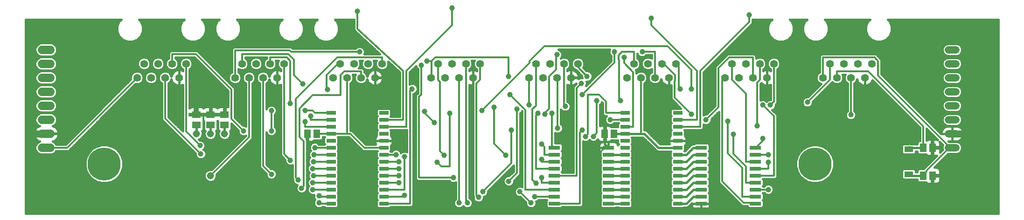
<source format=gtl>
G75*
%MOIN*%
%OFA0B0*%
%FSLAX24Y24*%
%IPPOS*%
%LPD*%
%AMOC8*
5,1,8,0,0,1.08239X$1,22.5*
%
%ADD10R,0.0669X0.0256*%
%ADD11R,0.0800X0.0260*%
%ADD12C,0.0554*%
%ADD13R,0.0512X0.0591*%
%ADD14R,0.2441X0.2126*%
%ADD15R,0.0630X0.0394*%
%ADD16C,0.0520*%
%ADD17C,0.0600*%
%ADD18C,0.0515*%
%ADD19R,0.0591X0.0512*%
%ADD20C,0.0160*%
%ADD21C,0.0400*%
%ADD22C,0.0140*%
%ADD23C,0.0120*%
%ADD24C,0.0500*%
%ADD25C,0.0390*%
%ADD26C,0.0396*%
%ADD27C,0.2362*%
D10*
X027451Y001180D03*
X027451Y001680D03*
X027451Y002180D03*
X027451Y002680D03*
X027451Y003180D03*
X027451Y003680D03*
X027451Y004180D03*
X027451Y004680D03*
X027451Y005180D03*
X027451Y005680D03*
X027451Y006180D03*
X027451Y006680D03*
X027451Y007180D03*
X027451Y007680D03*
X031215Y007680D03*
X031215Y007180D03*
X031215Y006680D03*
X031215Y006180D03*
X031215Y005680D03*
X031215Y005180D03*
X031215Y004680D03*
X031215Y004180D03*
X031215Y003680D03*
X031215Y003180D03*
X031215Y002680D03*
X031215Y002180D03*
X031215Y001680D03*
X031215Y001180D03*
X048451Y001180D03*
X048451Y001680D03*
X048451Y002180D03*
X048451Y002680D03*
X048451Y003180D03*
X048451Y003680D03*
X048451Y004180D03*
X048451Y004680D03*
X048451Y005180D03*
X048451Y005680D03*
X048451Y006180D03*
X048451Y006680D03*
X048451Y007180D03*
X048451Y007680D03*
X052215Y007680D03*
X052215Y007180D03*
X052215Y006680D03*
X052215Y006180D03*
X052215Y005680D03*
X052215Y005180D03*
X052215Y004680D03*
X052215Y004180D03*
X052215Y003680D03*
X052215Y003180D03*
X052215Y002680D03*
X052215Y002180D03*
X052215Y001680D03*
X052215Y001180D03*
D11*
X053903Y001180D03*
X053903Y001680D03*
X053903Y002180D03*
X053903Y002680D03*
X053903Y003180D03*
X053903Y003680D03*
X053903Y004180D03*
X053903Y004680D03*
X053903Y005180D03*
X057763Y005180D03*
X057763Y004680D03*
X057763Y004180D03*
X057763Y003680D03*
X057763Y003180D03*
X057763Y002680D03*
X057763Y002180D03*
X057763Y001680D03*
X057763Y001180D03*
X047263Y001180D03*
X047263Y001680D03*
X047263Y002180D03*
X047263Y002680D03*
X047263Y003180D03*
X047263Y003680D03*
X047263Y004180D03*
X047263Y004680D03*
X047263Y005180D03*
X043403Y005180D03*
X043403Y004680D03*
X043403Y004180D03*
X043403Y003680D03*
X043403Y003180D03*
X043403Y002680D03*
X043403Y002180D03*
X043403Y001680D03*
X043403Y001180D03*
D12*
X043583Y010180D03*
X042583Y010180D03*
X041583Y010180D03*
X044583Y010180D03*
X044083Y011180D03*
X045083Y011180D03*
X043083Y011180D03*
X042083Y011180D03*
X038083Y011180D03*
X037083Y011180D03*
X036083Y011180D03*
X035083Y011180D03*
X034583Y010180D03*
X035583Y010180D03*
X036583Y010180D03*
X037583Y010180D03*
X031083Y011180D03*
X030083Y011180D03*
X029083Y011180D03*
X028083Y011180D03*
X027583Y010180D03*
X028583Y010180D03*
X029583Y010180D03*
X030583Y010180D03*
X024083Y011180D03*
X023083Y011180D03*
X022083Y011180D03*
X021083Y011180D03*
X020583Y010180D03*
X021583Y010180D03*
X022583Y010180D03*
X023583Y010180D03*
X017083Y011180D03*
X016083Y011180D03*
X015083Y011180D03*
X014083Y011180D03*
X013583Y010180D03*
X014583Y010180D03*
X015583Y010180D03*
X016583Y010180D03*
X048583Y010180D03*
X049583Y010180D03*
X050583Y010180D03*
X051583Y010180D03*
X051083Y011180D03*
X050083Y011180D03*
X049083Y011180D03*
X052083Y011180D03*
X055583Y010180D03*
X056583Y010180D03*
X057583Y010180D03*
X058583Y010180D03*
X058083Y011180D03*
X057083Y011180D03*
X056083Y011180D03*
X059083Y011180D03*
X062583Y010180D03*
X063583Y010180D03*
X064583Y010180D03*
X065583Y010180D03*
X065083Y011180D03*
X066083Y011180D03*
X064083Y011180D03*
X063083Y011180D03*
D13*
X047668Y006180D03*
X046999Y006180D03*
X026418Y006180D03*
X025749Y006180D03*
X069749Y005180D03*
X070418Y005180D03*
X070418Y003180D03*
X069749Y003180D03*
D14*
X065849Y004180D03*
D15*
X068723Y003282D03*
X068723Y005078D03*
D16*
X071573Y005180D02*
X072093Y005180D01*
X072093Y006180D02*
X071573Y006180D01*
X071573Y007180D02*
X072093Y007180D01*
X072093Y008180D02*
X071573Y008180D01*
X071573Y009180D02*
X072093Y009180D01*
X072093Y010180D02*
X071573Y010180D01*
X071573Y011180D02*
X072093Y011180D01*
X072093Y012180D02*
X071573Y012180D01*
D17*
X007383Y012180D02*
X006783Y012180D01*
X006783Y011180D02*
X007383Y011180D01*
X007383Y010180D02*
X006783Y010180D01*
X006783Y009180D02*
X007383Y009180D01*
X007383Y008180D02*
X006783Y008180D01*
X006783Y007180D02*
X007383Y007180D01*
X007383Y006180D02*
X006783Y006180D01*
X006783Y005180D02*
X007383Y005180D01*
D18*
X017833Y006180D03*
X018833Y006180D03*
X019833Y006180D03*
X018833Y003180D03*
D19*
X018833Y006806D03*
X017833Y006806D03*
X019833Y006806D03*
X019833Y007554D03*
X018833Y007554D03*
X017833Y007554D03*
D20*
X005613Y014350D02*
X005613Y000460D01*
X075132Y000460D01*
X075132Y014350D01*
X067214Y014350D01*
X067363Y014201D01*
X067503Y013863D01*
X067503Y013497D01*
X067363Y013159D01*
X067104Y012900D01*
X066766Y012760D01*
X066400Y012760D01*
X066062Y012900D01*
X065803Y013159D01*
X065663Y013497D01*
X065663Y013863D01*
X065803Y014201D01*
X065952Y014350D01*
X062714Y014350D01*
X062863Y014201D01*
X063003Y013863D01*
X063003Y013497D01*
X062863Y013159D01*
X062604Y012900D01*
X062266Y012760D01*
X061900Y012760D01*
X061562Y012900D01*
X061303Y013159D01*
X061163Y013497D01*
X061163Y013863D01*
X061303Y014201D01*
X061452Y014350D01*
X060214Y014350D01*
X060363Y014201D01*
X060503Y013863D01*
X060503Y013497D01*
X060363Y013159D01*
X060104Y012900D01*
X059766Y012760D01*
X059400Y012760D01*
X059062Y012900D01*
X058803Y013159D01*
X058663Y013497D01*
X058663Y013863D01*
X058803Y014201D01*
X058952Y014350D01*
X057573Y014350D01*
X057573Y014132D01*
X057537Y014044D01*
X057469Y013977D01*
X054073Y010581D01*
X054073Y007520D01*
X054159Y007555D01*
X054269Y007555D01*
X054893Y008179D01*
X054893Y010928D01*
X054930Y011016D01*
X055680Y011766D01*
X055747Y011833D01*
X055836Y011870D01*
X057631Y011870D01*
X057719Y011833D01*
X057787Y011766D01*
X057823Y011678D01*
X057823Y011567D01*
X057824Y011568D01*
X057992Y011637D01*
X058174Y011637D01*
X058342Y011568D01*
X058471Y011439D01*
X058540Y011271D01*
X058540Y011089D01*
X058471Y010921D01*
X058342Y010792D01*
X058323Y010785D01*
X058323Y010673D01*
X058369Y010696D01*
X058453Y010723D01*
X058539Y010737D01*
X058575Y010737D01*
X058575Y010189D01*
X058592Y010189D01*
X058592Y010737D01*
X058627Y010737D01*
X058714Y010723D01*
X058797Y010696D01*
X058843Y010673D01*
X058843Y010785D01*
X058824Y010792D01*
X058696Y010921D01*
X058626Y011089D01*
X058626Y011271D01*
X058696Y011439D01*
X058824Y011568D01*
X058992Y011637D01*
X059174Y011637D01*
X059342Y011568D01*
X059471Y011439D01*
X059540Y011271D01*
X059540Y011089D01*
X059471Y010921D01*
X059342Y010792D01*
X059323Y010785D01*
X059323Y008432D01*
X059287Y008344D01*
X059219Y008277D01*
X059208Y008266D01*
X059208Y008155D01*
X059151Y008018D01*
X059046Y007912D01*
X058971Y007881D01*
X059287Y007566D01*
X059323Y007478D01*
X059323Y003132D01*
X059287Y003044D01*
X059219Y002977D01*
X059131Y002940D01*
X058308Y002940D01*
X058298Y002930D01*
X058343Y002885D01*
X058343Y002475D01*
X058298Y002430D01*
X058308Y002420D01*
X058393Y002420D01*
X058471Y002498D01*
X058609Y002555D01*
X058758Y002555D01*
X058896Y002498D01*
X059001Y002392D01*
X059058Y002255D01*
X059058Y002105D01*
X059001Y001968D01*
X058896Y001862D01*
X058758Y001805D01*
X058609Y001805D01*
X058471Y001862D01*
X058393Y001940D01*
X058308Y001940D01*
X058298Y001930D01*
X058343Y001885D01*
X058343Y001475D01*
X058298Y001430D01*
X058343Y001385D01*
X058343Y000975D01*
X058238Y000870D01*
X057289Y000870D01*
X057183Y000975D01*
X057183Y000990D01*
X056886Y000990D01*
X056797Y001027D01*
X056730Y001094D01*
X055180Y002644D01*
X055143Y002732D01*
X055143Y007751D01*
X054608Y007216D01*
X054608Y007105D01*
X054551Y006968D01*
X054446Y006862D01*
X054308Y006805D01*
X054159Y006805D01*
X054073Y006840D01*
X054073Y006632D01*
X054037Y006544D01*
X053969Y006477D01*
X053881Y006440D01*
X052692Y006440D01*
X052682Y006430D01*
X052730Y006383D01*
X052730Y006024D01*
X052767Y005986D01*
X052798Y005941D01*
X052819Y005890D01*
X052830Y005836D01*
X052830Y005680D01*
X052215Y005680D01*
X051601Y005680D01*
X051601Y005524D01*
X051611Y005470D01*
X051624Y005440D01*
X050941Y005440D01*
X049981Y006400D01*
X049885Y006440D01*
X049823Y006440D01*
X049823Y009785D01*
X049842Y009792D01*
X049971Y009921D01*
X050040Y010089D01*
X050040Y010271D01*
X049971Y010439D01*
X049842Y010568D01*
X049674Y010637D01*
X049492Y010637D01*
X049324Y010568D01*
X049273Y010517D01*
X049273Y010628D01*
X049237Y010716D01*
X049214Y010739D01*
X049342Y010792D01*
X049471Y010921D01*
X049540Y011089D01*
X049540Y011271D01*
X049471Y011439D01*
X049342Y011568D01*
X049323Y011575D01*
X049323Y011919D01*
X049365Y011818D01*
X049471Y011712D01*
X049609Y011655D01*
X049758Y011655D01*
X049896Y011712D01*
X049974Y011790D01*
X050343Y011790D01*
X050343Y011567D01*
X050342Y011568D01*
X050174Y011637D01*
X049992Y011637D01*
X049824Y011568D01*
X049696Y011439D01*
X049626Y011271D01*
X049626Y011089D01*
X049696Y010921D01*
X049824Y010792D01*
X049992Y010723D01*
X050174Y010723D01*
X050342Y010792D01*
X050343Y010793D01*
X050343Y010575D01*
X050324Y010568D01*
X050196Y010439D01*
X050126Y010271D01*
X050126Y010089D01*
X050196Y009921D01*
X050324Y009792D01*
X050492Y009723D01*
X050674Y009723D01*
X050842Y009792D01*
X050971Y009921D01*
X051036Y010077D01*
X051040Y010050D01*
X051067Y009966D01*
X051107Y009888D01*
X051158Y009817D01*
X051220Y009755D01*
X051291Y009703D01*
X051369Y009664D01*
X051453Y009637D01*
X051539Y009623D01*
X051575Y009623D01*
X051575Y010171D01*
X051592Y010171D01*
X051592Y009623D01*
X051627Y009623D01*
X051714Y009637D01*
X051743Y009646D01*
X051743Y008732D01*
X051780Y008644D01*
X051847Y008577D01*
X052436Y007988D01*
X051806Y007988D01*
X051701Y007883D01*
X051701Y007477D01*
X051748Y007430D01*
X051701Y007383D01*
X051701Y006977D01*
X051748Y006930D01*
X051701Y006883D01*
X051701Y006477D01*
X051748Y006430D01*
X051701Y006383D01*
X051701Y006024D01*
X051663Y005986D01*
X051632Y005941D01*
X051611Y005890D01*
X051601Y005836D01*
X051601Y005680D01*
X052215Y005680D01*
X052215Y005680D01*
X052215Y005680D01*
X052830Y005680D01*
X052830Y005524D01*
X052819Y005470D01*
X052798Y005419D01*
X052767Y005374D01*
X052730Y005336D01*
X052730Y004977D01*
X052692Y004940D01*
X052726Y004940D01*
X053113Y005327D01*
X053186Y005400D01*
X053282Y005440D01*
X053379Y005440D01*
X053429Y005490D01*
X054378Y005490D01*
X054483Y005385D01*
X054483Y004975D01*
X054438Y004930D01*
X054483Y004885D01*
X054483Y004475D01*
X054438Y004430D01*
X054483Y004385D01*
X054483Y003975D01*
X054438Y003930D01*
X054483Y003885D01*
X054483Y003475D01*
X054438Y003430D01*
X054483Y003385D01*
X054483Y002975D01*
X054438Y002930D01*
X054483Y002885D01*
X054483Y002475D01*
X054438Y002430D01*
X054483Y002385D01*
X054483Y001975D01*
X054438Y001930D01*
X054483Y001885D01*
X054483Y001526D01*
X054521Y001488D01*
X054551Y001443D01*
X054573Y001392D01*
X054583Y001338D01*
X054583Y001180D01*
X053903Y001180D01*
X053223Y001180D01*
X053223Y001022D01*
X053234Y000968D01*
X053255Y000917D01*
X053286Y000872D01*
X053325Y000833D01*
X053371Y000802D01*
X053422Y000781D01*
X053476Y000770D01*
X053903Y000770D01*
X053903Y001180D01*
X053903Y001180D01*
X053223Y001180D01*
X053223Y001202D01*
X052981Y000960D01*
X052885Y000920D01*
X052672Y000920D01*
X052624Y000872D01*
X051806Y000872D01*
X051701Y000977D01*
X051701Y001383D01*
X051748Y001430D01*
X051701Y001477D01*
X051701Y001883D01*
X051748Y001930D01*
X051701Y001977D01*
X051701Y002383D01*
X051748Y002430D01*
X051701Y002477D01*
X051701Y002883D01*
X051748Y002930D01*
X051701Y002977D01*
X051701Y003383D01*
X051748Y003430D01*
X051701Y003477D01*
X051701Y003883D01*
X051748Y003930D01*
X051701Y003977D01*
X051701Y004383D01*
X051748Y004430D01*
X051701Y004477D01*
X051701Y004883D01*
X051738Y004920D01*
X050782Y004920D01*
X050686Y004960D01*
X050613Y005033D01*
X049726Y005920D01*
X048929Y005920D01*
X048966Y005883D01*
X048966Y005477D01*
X048919Y005430D01*
X048966Y005383D01*
X048966Y004977D01*
X048919Y004930D01*
X048966Y004883D01*
X048966Y004477D01*
X048919Y004430D01*
X048966Y004383D01*
X048966Y003977D01*
X048919Y003930D01*
X048966Y003883D01*
X048966Y003477D01*
X048919Y003430D01*
X048966Y003383D01*
X048966Y002977D01*
X048919Y002930D01*
X048966Y002883D01*
X048966Y002477D01*
X048919Y002430D01*
X048966Y002383D01*
X048966Y001977D01*
X048919Y001930D01*
X048966Y001883D01*
X048966Y001477D01*
X048919Y001430D01*
X048966Y001383D01*
X048966Y000977D01*
X048861Y000872D01*
X048042Y000872D01*
X047994Y000920D01*
X047788Y000920D01*
X047738Y000870D01*
X046789Y000870D01*
X046683Y000975D01*
X046683Y001385D01*
X046729Y001430D01*
X046683Y001475D01*
X046683Y001885D01*
X046729Y001930D01*
X046683Y001975D01*
X046683Y002385D01*
X046729Y002430D01*
X046683Y002475D01*
X046683Y002885D01*
X046729Y002930D01*
X046683Y002975D01*
X046683Y003385D01*
X046729Y003430D01*
X046683Y003475D01*
X046683Y003885D01*
X046729Y003930D01*
X046683Y003975D01*
X046683Y004385D01*
X046729Y004430D01*
X046683Y004475D01*
X046683Y004834D01*
X046646Y004872D01*
X046615Y004917D01*
X046594Y004968D01*
X046583Y005022D01*
X046583Y005180D01*
X047263Y005180D01*
X047263Y005180D01*
X046583Y005180D01*
X046583Y005338D01*
X046594Y005392D01*
X046615Y005443D01*
X046646Y005488D01*
X046685Y005527D01*
X046731Y005558D01*
X046782Y005579D01*
X046836Y005590D01*
X047263Y005590D01*
X047263Y005180D01*
X047263Y005180D01*
X046999Y005445D01*
X046999Y006180D01*
X047047Y006228D02*
X046951Y006228D01*
X046951Y006755D01*
X046715Y006755D01*
X046673Y006747D01*
X046673Y008240D01*
X046751Y008318D01*
X046797Y008427D01*
X046843Y008381D01*
X046843Y007632D01*
X046880Y007544D01*
X046947Y007477D01*
X047036Y007440D01*
X047113Y007440D01*
X047065Y007392D01*
X047008Y007255D01*
X047008Y007105D01*
X047065Y006968D01*
X047171Y006862D01*
X047309Y006805D01*
X047458Y006805D01*
X047596Y006862D01*
X047674Y006940D01*
X047974Y006940D01*
X047984Y006930D01*
X047937Y006883D01*
X047937Y006655D01*
X047471Y006655D01*
X047433Y006693D01*
X047387Y006723D01*
X047336Y006745D01*
X047282Y006755D01*
X047047Y006755D01*
X047047Y006228D01*
X047047Y006132D02*
X047047Y005605D01*
X047282Y005605D01*
X047336Y005615D01*
X047387Y005637D01*
X047433Y005667D01*
X047471Y005705D01*
X047937Y005705D01*
X047937Y005477D01*
X047984Y005430D01*
X047937Y005383D01*
X047937Y005370D01*
X047933Y005392D01*
X047911Y005443D01*
X047881Y005488D01*
X047842Y005527D01*
X047796Y005558D01*
X047745Y005579D01*
X047691Y005590D01*
X047263Y005590D01*
X047263Y005180D01*
X047263Y005252D02*
X047263Y005252D01*
X047263Y005411D02*
X047263Y005411D01*
X047263Y005569D02*
X047263Y005569D01*
X047047Y005728D02*
X046951Y005728D01*
X046951Y005605D02*
X046951Y006132D01*
X047047Y006132D01*
X047047Y006045D02*
X046951Y006045D01*
X046951Y005886D02*
X047047Y005886D01*
X046951Y005605D02*
X046715Y005605D01*
X046661Y005615D01*
X046610Y005637D01*
X046564Y005667D01*
X046525Y005706D01*
X046495Y005752D01*
X046492Y005758D01*
X046396Y005662D01*
X046258Y005605D01*
X046109Y005605D01*
X045971Y005662D01*
X045908Y005725D01*
X045846Y005662D01*
X045708Y005605D01*
X045559Y005605D01*
X045473Y005640D01*
X045473Y001132D01*
X045437Y001044D01*
X045369Y000977D01*
X045281Y000940D01*
X043948Y000940D01*
X043878Y000870D01*
X042929Y000870D01*
X042823Y000975D01*
X042823Y001385D01*
X042869Y001430D01*
X042859Y001440D01*
X042274Y001440D01*
X042196Y001362D01*
X042101Y001323D01*
X042108Y001305D01*
X042108Y001155D01*
X042051Y001018D01*
X041946Y000912D01*
X041808Y000855D01*
X041659Y000855D01*
X041521Y000912D01*
X041415Y001018D01*
X041358Y001155D01*
X041358Y001266D01*
X040969Y001655D01*
X040859Y001655D01*
X040721Y001712D01*
X040615Y001818D01*
X040558Y001955D01*
X040558Y002105D01*
X040615Y002242D01*
X040721Y002348D01*
X040859Y002405D01*
X041008Y002405D01*
X041093Y002370D01*
X041093Y007781D01*
X041082Y007792D01*
X041051Y007718D01*
X040973Y007640D01*
X040973Y003332D01*
X040937Y003244D01*
X040869Y003177D01*
X040508Y002816D01*
X040508Y002705D01*
X040451Y002568D01*
X040346Y002462D01*
X040208Y002405D01*
X040059Y002405D01*
X039921Y002462D01*
X039815Y002568D01*
X039758Y002705D01*
X039758Y002855D01*
X039815Y002992D01*
X039921Y003098D01*
X040059Y003155D01*
X040169Y003155D01*
X040493Y003479D01*
X040493Y003901D01*
X040469Y003877D01*
X038658Y002066D01*
X038658Y001955D01*
X038601Y001818D01*
X038496Y001712D01*
X038358Y001655D01*
X038358Y001555D01*
X038301Y001418D01*
X038196Y001312D01*
X038058Y001255D01*
X037909Y001255D01*
X037771Y001312D01*
X037665Y001418D01*
X037608Y001555D01*
X037608Y001696D01*
X037593Y001732D01*
X037593Y009623D01*
X037592Y009623D01*
X037592Y010171D01*
X037575Y010171D01*
X037575Y009623D01*
X037539Y009623D01*
X037453Y009637D01*
X037369Y009664D01*
X037323Y009687D01*
X037323Y001578D01*
X037396Y001548D01*
X037501Y001442D01*
X037558Y001305D01*
X037558Y001155D01*
X037501Y001018D01*
X037396Y000912D01*
X037258Y000855D01*
X037109Y000855D01*
X036971Y000912D01*
X036883Y001000D01*
X036796Y000912D01*
X036658Y000855D01*
X036509Y000855D01*
X036371Y000912D01*
X036265Y001018D01*
X036208Y001155D01*
X036208Y001305D01*
X036265Y001442D01*
X036343Y001520D01*
X036343Y002690D01*
X036258Y002655D01*
X036109Y002655D01*
X035971Y002712D01*
X035893Y002790D01*
X033686Y002790D01*
X033597Y002827D01*
X033530Y002894D01*
X033493Y002982D01*
X033493Y008878D01*
X033530Y008966D01*
X033643Y009079D01*
X033643Y010790D01*
X033565Y010868D01*
X033508Y011005D01*
X033508Y011016D01*
X033073Y010581D01*
X033073Y009720D01*
X033159Y009755D01*
X033308Y009755D01*
X033446Y009698D01*
X033551Y009592D01*
X033608Y009455D01*
X033608Y009305D01*
X033551Y009168D01*
X033446Y009062D01*
X033323Y009011D01*
X033323Y001132D01*
X033287Y001044D01*
X033219Y000977D01*
X033131Y000940D01*
X031692Y000940D01*
X031624Y000872D01*
X030806Y000872D01*
X030701Y000977D01*
X030701Y001383D01*
X030748Y001430D01*
X030701Y001477D01*
X030701Y001883D01*
X030748Y001930D01*
X030701Y001977D01*
X030701Y002383D01*
X030748Y002430D01*
X030701Y002477D01*
X030701Y002883D01*
X030748Y002930D01*
X030701Y002977D01*
X030701Y003383D01*
X030748Y003430D01*
X030701Y003477D01*
X030701Y003883D01*
X030748Y003930D01*
X030701Y003977D01*
X030701Y004383D01*
X030748Y004430D01*
X030701Y004477D01*
X030701Y004883D01*
X030748Y004930D01*
X030738Y004940D01*
X029786Y004940D01*
X029697Y004977D01*
X029630Y005044D01*
X028734Y005940D01*
X027929Y005940D01*
X027919Y005930D01*
X027966Y005883D01*
X027966Y005477D01*
X027919Y005430D01*
X027966Y005383D01*
X027966Y004977D01*
X027919Y004930D01*
X027966Y004883D01*
X027966Y004477D01*
X027919Y004430D01*
X027966Y004383D01*
X027966Y003977D01*
X027919Y003930D01*
X027966Y003883D01*
X027966Y003477D01*
X027919Y003430D01*
X027966Y003383D01*
X027966Y002977D01*
X027919Y002930D01*
X027966Y002883D01*
X027966Y002477D01*
X027919Y002430D01*
X027966Y002383D01*
X027966Y001977D01*
X027919Y001930D01*
X027966Y001883D01*
X027966Y001477D01*
X027919Y001430D01*
X027966Y001383D01*
X027966Y000977D01*
X027861Y000872D01*
X027042Y000872D01*
X026974Y000940D01*
X026824Y000940D01*
X026796Y000912D01*
X026658Y000855D01*
X026509Y000855D01*
X026371Y000912D01*
X026265Y001018D01*
X026208Y001155D01*
X026208Y001305D01*
X026265Y001442D01*
X026303Y001480D01*
X026265Y001518D01*
X026208Y001655D01*
X026208Y001805D01*
X026209Y001805D01*
X026208Y001805D01*
X026059Y001805D01*
X025921Y001862D01*
X025815Y001968D01*
X025758Y002105D01*
X025758Y002255D01*
X025815Y002392D01*
X025853Y002430D01*
X025815Y002468D01*
X025758Y002605D01*
X025758Y002755D01*
X025815Y002892D01*
X025878Y002955D01*
X025865Y002968D01*
X025808Y003105D01*
X025808Y003255D01*
X025865Y003392D01*
X025878Y003405D01*
X025815Y003468D01*
X025758Y003605D01*
X025758Y003755D01*
X025815Y003892D01*
X025878Y003955D01*
X025865Y003968D01*
X025808Y004105D01*
X025808Y004255D01*
X025865Y004392D01*
X025928Y004455D01*
X025915Y004468D01*
X025858Y004605D01*
X025858Y004755D01*
X025915Y004892D01*
X025978Y004955D01*
X025965Y004968D01*
X025908Y005105D01*
X025908Y005255D01*
X025965Y005392D01*
X026071Y005498D01*
X026209Y005555D01*
X026358Y005555D01*
X026496Y005498D01*
X026574Y005420D01*
X026974Y005420D01*
X026984Y005430D01*
X026937Y005477D01*
X026937Y005883D01*
X026984Y005930D01*
X026974Y005940D01*
X026854Y005940D01*
X026854Y005810D01*
X026748Y005705D01*
X026221Y005705D01*
X026183Y005667D01*
X026137Y005637D01*
X026086Y005615D01*
X026032Y005605D01*
X025797Y005605D01*
X025797Y006132D01*
X025701Y006132D01*
X025701Y005732D01*
X025723Y005678D01*
X025723Y002382D01*
X025708Y002346D01*
X025708Y002205D01*
X025651Y002068D01*
X025546Y001962D01*
X025408Y001905D01*
X025259Y001905D01*
X025121Y001962D01*
X025015Y002068D01*
X024958Y002205D01*
X024958Y002355D01*
X025015Y002492D01*
X025028Y002505D01*
X025009Y002505D01*
X024871Y002562D01*
X024765Y002668D01*
X024708Y002805D01*
X024708Y002946D01*
X024693Y002982D01*
X024693Y003940D01*
X024608Y003905D01*
X024459Y003905D01*
X024321Y003962D01*
X024215Y004068D01*
X024158Y004205D01*
X024158Y004316D01*
X023947Y004527D01*
X023880Y004594D01*
X023843Y004682D01*
X023843Y009687D01*
X023797Y009664D01*
X023714Y009637D01*
X023627Y009623D01*
X023592Y009623D01*
X023592Y010171D01*
X023575Y010171D01*
X023575Y009623D01*
X023539Y009623D01*
X023453Y009637D01*
X023369Y009664D01*
X023291Y009703D01*
X023220Y009755D01*
X023158Y009817D01*
X023107Y009888D01*
X023067Y009966D01*
X023040Y010050D01*
X023036Y010077D01*
X022971Y009921D01*
X022842Y009792D01*
X022823Y009785D01*
X022823Y007941D01*
X022865Y008042D01*
X022971Y008148D01*
X023109Y008205D01*
X023258Y008205D01*
X023396Y008148D01*
X023501Y008042D01*
X023558Y007905D01*
X023558Y007755D01*
X023501Y007618D01*
X023423Y007540D01*
X023423Y006670D01*
X023501Y006592D01*
X023558Y006455D01*
X023558Y006305D01*
X023501Y006168D01*
X023396Y006062D01*
X023258Y006005D01*
X023109Y006005D01*
X022971Y006062D01*
X022865Y006168D01*
X022823Y006269D01*
X022823Y003979D01*
X023148Y003655D01*
X023258Y003655D01*
X023396Y003598D01*
X023501Y003492D01*
X023558Y003355D01*
X023558Y003205D01*
X023501Y003068D01*
X023396Y002962D01*
X023258Y002905D01*
X023109Y002905D01*
X022971Y002962D01*
X022865Y003068D01*
X022808Y003205D01*
X022808Y003316D01*
X022447Y003677D01*
X022380Y003744D01*
X022343Y003832D01*
X022343Y009785D01*
X022324Y009792D01*
X022196Y009921D01*
X022126Y010089D01*
X022126Y010271D01*
X022196Y010439D01*
X022324Y010568D01*
X022492Y010637D01*
X022674Y010637D01*
X022842Y010568D01*
X022971Y010439D01*
X023036Y010283D01*
X023040Y010310D01*
X023067Y010394D01*
X023107Y010472D01*
X023158Y010543D01*
X023220Y010605D01*
X023291Y010657D01*
X023369Y010696D01*
X023453Y010723D01*
X023539Y010737D01*
X023575Y010737D01*
X023575Y010189D01*
X023592Y010189D01*
X023592Y010737D01*
X023627Y010737D01*
X023714Y010723D01*
X023797Y010696D01*
X023843Y010673D01*
X023843Y010785D01*
X023824Y010792D01*
X023696Y010921D01*
X023626Y011089D01*
X023626Y011271D01*
X023675Y011390D01*
X023491Y011390D01*
X023540Y011271D01*
X023540Y011089D01*
X023471Y010921D01*
X023342Y010792D01*
X023174Y010723D01*
X022992Y010723D01*
X022824Y010792D01*
X022696Y010921D01*
X022626Y011089D01*
X022626Y011271D01*
X022696Y011439D01*
X022824Y011568D01*
X022843Y011575D01*
X022843Y011640D01*
X021323Y011640D01*
X021323Y011575D01*
X021342Y011568D01*
X021471Y011439D01*
X021540Y011271D01*
X021540Y011089D01*
X021471Y010921D01*
X021342Y010792D01*
X021174Y010723D01*
X020992Y010723D01*
X020824Y010792D01*
X020823Y010793D01*
X020823Y010575D01*
X020842Y010568D01*
X020971Y010439D01*
X021040Y010271D01*
X021040Y010089D01*
X020971Y009921D01*
X020842Y009792D01*
X020674Y009723D01*
X020492Y009723D01*
X020324Y009792D01*
X020196Y009921D01*
X020126Y010089D01*
X020126Y010271D01*
X020196Y010439D01*
X020324Y010568D01*
X020343Y010575D01*
X020343Y012178D01*
X020380Y012266D01*
X020447Y012333D01*
X020536Y012370D01*
X024531Y012370D01*
X024619Y012333D01*
X024683Y012270D01*
X029193Y012270D01*
X029271Y012348D01*
X029409Y012405D01*
X029558Y012405D01*
X029696Y012348D01*
X029801Y012242D01*
X029858Y012105D01*
X029858Y011955D01*
X029823Y011870D01*
X030940Y011870D01*
X029202Y013475D01*
X029197Y013477D01*
X029167Y013507D01*
X029135Y013536D01*
X029133Y013541D01*
X029130Y013544D01*
X029113Y013584D01*
X029095Y013623D01*
X029095Y013628D01*
X029093Y013632D01*
X029093Y013675D01*
X029092Y013718D01*
X029093Y013723D01*
X029093Y014350D01*
X027714Y014350D01*
X027863Y014201D01*
X028003Y013863D01*
X028003Y013497D01*
X027863Y013159D01*
X027604Y012900D01*
X027266Y012760D01*
X026900Y012760D01*
X026562Y012900D01*
X026303Y013159D01*
X026163Y013497D01*
X026163Y013863D01*
X026303Y014201D01*
X026452Y014350D01*
X025214Y014350D01*
X025363Y014201D01*
X025503Y013863D01*
X025503Y013497D01*
X025363Y013159D01*
X025104Y012900D01*
X024766Y012760D01*
X024400Y012760D01*
X024062Y012900D01*
X023803Y013159D01*
X023663Y013497D01*
X023663Y013863D01*
X023803Y014201D01*
X023952Y014350D01*
X020714Y014350D01*
X020863Y014201D01*
X021003Y013863D01*
X021003Y013497D01*
X020863Y013159D01*
X020604Y012900D01*
X020266Y012760D01*
X019900Y012760D01*
X019562Y012900D01*
X019303Y013159D01*
X019163Y013497D01*
X019163Y013863D01*
X019303Y014201D01*
X019452Y014350D01*
X018214Y014350D01*
X018363Y014201D01*
X018503Y013863D01*
X018503Y013497D01*
X018363Y013159D01*
X018104Y012900D01*
X017766Y012760D01*
X017400Y012760D01*
X017062Y012900D01*
X016803Y013159D01*
X016663Y013497D01*
X016663Y013863D01*
X016803Y014201D01*
X016952Y014350D01*
X013714Y014350D01*
X013863Y014201D01*
X014003Y013863D01*
X014003Y013497D01*
X013863Y013159D01*
X013604Y012900D01*
X013266Y012760D01*
X012900Y012760D01*
X012562Y012900D01*
X012303Y013159D01*
X012163Y013497D01*
X012163Y013863D01*
X012303Y014201D01*
X012452Y014350D01*
X005613Y014350D01*
X005613Y014287D02*
X012389Y014287D01*
X012273Y014128D02*
X005613Y014128D01*
X005613Y013970D02*
X012207Y013970D01*
X012163Y013811D02*
X005613Y013811D01*
X005613Y013653D02*
X012163Y013653D01*
X012165Y013494D02*
X005613Y013494D01*
X005613Y013336D02*
X012230Y013336D01*
X012296Y013177D02*
X005613Y013177D01*
X005613Y013019D02*
X012444Y013019D01*
X012659Y012860D02*
X005613Y012860D01*
X005613Y012702D02*
X030040Y012702D01*
X030211Y012543D02*
X007699Y012543D01*
X007655Y012587D02*
X007479Y012660D01*
X006688Y012660D01*
X006511Y012587D01*
X006376Y012452D01*
X006303Y012275D01*
X006303Y012085D01*
X006376Y011908D01*
X006511Y011773D01*
X006688Y011700D01*
X007479Y011700D01*
X007655Y011773D01*
X007790Y011908D01*
X007863Y012085D01*
X007863Y012275D01*
X007790Y012452D01*
X007655Y012587D01*
X007818Y012385D02*
X029359Y012385D01*
X029607Y012385D02*
X030383Y012385D01*
X030555Y012226D02*
X029808Y012226D01*
X029858Y012068D02*
X030726Y012068D01*
X030898Y011909D02*
X029839Y011909D01*
X029675Y011390D02*
X029626Y011271D01*
X029626Y011089D01*
X029696Y010921D01*
X029824Y010792D01*
X029992Y010723D01*
X030174Y010723D01*
X030342Y010792D01*
X030471Y010921D01*
X030540Y011089D01*
X030540Y011271D01*
X030491Y011390D01*
X030675Y011390D01*
X030626Y011271D01*
X030626Y011089D01*
X030696Y010921D01*
X030824Y010792D01*
X030992Y010723D01*
X031174Y010723D01*
X031342Y010792D01*
X031471Y010921D01*
X031540Y011089D01*
X031540Y011271D01*
X031510Y011344D01*
X032343Y010575D01*
X032343Y007420D01*
X031692Y007420D01*
X031682Y007430D01*
X031730Y007477D01*
X031730Y007883D01*
X031624Y007988D01*
X030806Y007988D01*
X030701Y007883D01*
X030701Y007477D01*
X030748Y007430D01*
X030701Y007383D01*
X030701Y006977D01*
X030748Y006930D01*
X030701Y006883D01*
X030701Y006477D01*
X030748Y006430D01*
X030701Y006383D01*
X030701Y006024D01*
X030663Y005986D01*
X030632Y005941D01*
X030611Y005890D01*
X030601Y005836D01*
X030601Y005680D01*
X030601Y005524D01*
X030611Y005470D01*
X030632Y005420D01*
X029933Y005420D01*
X028969Y006383D01*
X028881Y006420D01*
X028823Y006420D01*
X028823Y009785D01*
X028842Y009792D01*
X028971Y009921D01*
X029040Y010089D01*
X029040Y010271D01*
X028991Y010390D01*
X029175Y010390D01*
X029126Y010271D01*
X029126Y010089D01*
X029196Y009921D01*
X029324Y009792D01*
X029492Y009723D01*
X029674Y009723D01*
X029842Y009792D01*
X029971Y009921D01*
X030036Y010077D01*
X030040Y010050D01*
X030067Y009966D01*
X030107Y009888D01*
X030158Y009817D01*
X030220Y009755D01*
X030291Y009703D01*
X030369Y009664D01*
X030453Y009637D01*
X030539Y009623D01*
X030575Y009623D01*
X030575Y010171D01*
X030592Y010171D01*
X030592Y009623D01*
X030627Y009623D01*
X030714Y009637D01*
X030797Y009664D01*
X030875Y009703D01*
X030946Y009755D01*
X031008Y009817D01*
X031060Y009888D01*
X031100Y009966D01*
X031127Y010050D01*
X031140Y010136D01*
X031140Y010171D01*
X030592Y010171D01*
X030592Y010189D01*
X030575Y010189D01*
X030575Y010737D01*
X030539Y010737D01*
X030453Y010723D01*
X030369Y010696D01*
X030291Y010657D01*
X030220Y010605D01*
X030158Y010543D01*
X030107Y010472D01*
X030067Y010394D01*
X030040Y010310D01*
X030036Y010283D01*
X029971Y010439D01*
X029842Y010568D01*
X029823Y010575D01*
X029823Y010678D01*
X029787Y010766D01*
X029719Y010833D01*
X029631Y010870D01*
X029420Y010870D01*
X029471Y010921D01*
X029540Y011089D01*
X029540Y011271D01*
X029491Y011390D01*
X029675Y011390D01*
X029628Y011275D02*
X029539Y011275D01*
X029540Y011117D02*
X029626Y011117D01*
X029680Y010958D02*
X029486Y010958D01*
X029753Y010800D02*
X029817Y010800D01*
X029823Y010641D02*
X030270Y010641D01*
X030349Y010800D02*
X030817Y010800D01*
X030797Y010696D02*
X030714Y010723D01*
X030627Y010737D01*
X030592Y010737D01*
X030592Y010189D01*
X031140Y010189D01*
X031140Y010224D01*
X031127Y010310D01*
X031100Y010394D01*
X031060Y010472D01*
X031008Y010543D01*
X030946Y010605D01*
X030875Y010657D01*
X030797Y010696D01*
X030897Y010641D02*
X032272Y010641D01*
X032343Y010483D02*
X031052Y010483D01*
X031122Y010324D02*
X032343Y010324D01*
X032343Y010166D02*
X031140Y010166D01*
X031113Y010007D02*
X032343Y010007D01*
X032343Y009849D02*
X031031Y009849D01*
X030849Y009690D02*
X032343Y009690D01*
X032343Y009532D02*
X028823Y009532D01*
X028823Y009690D02*
X030318Y009690D01*
X030135Y009849D02*
X029898Y009849D01*
X030007Y010007D02*
X030054Y010007D01*
X030575Y010007D02*
X030592Y010007D01*
X030575Y009849D02*
X030592Y009849D01*
X030575Y009690D02*
X030592Y009690D01*
X030575Y010166D02*
X030592Y010166D01*
X030575Y010324D02*
X030592Y010324D01*
X030575Y010483D02*
X030592Y010483D01*
X030575Y010641D02*
X030592Y010641D01*
X030114Y010483D02*
X029927Y010483D01*
X030019Y010324D02*
X030044Y010324D01*
X029148Y010324D02*
X029019Y010324D01*
X029040Y010166D02*
X029126Y010166D01*
X029160Y010007D02*
X029007Y010007D01*
X028898Y009849D02*
X029268Y009849D01*
X028823Y009373D02*
X032343Y009373D01*
X032343Y009215D02*
X028823Y009215D01*
X028823Y009056D02*
X032343Y009056D01*
X032343Y008898D02*
X028823Y008898D01*
X028823Y008739D02*
X032343Y008739D01*
X032343Y008581D02*
X028823Y008581D01*
X028823Y008422D02*
X032343Y008422D01*
X032343Y008264D02*
X028823Y008264D01*
X028823Y008105D02*
X032343Y008105D01*
X032343Y007947D02*
X031666Y007947D01*
X031730Y007788D02*
X032343Y007788D01*
X032343Y007630D02*
X031730Y007630D01*
X031723Y007471D02*
X032343Y007471D01*
X033323Y007471D02*
X033493Y007471D01*
X033493Y007313D02*
X033323Y007313D01*
X033323Y007154D02*
X033493Y007154D01*
X033493Y006996D02*
X033323Y006996D01*
X033323Y006837D02*
X033493Y006837D01*
X033493Y006679D02*
X033323Y006679D01*
X033323Y006520D02*
X033493Y006520D01*
X033493Y006362D02*
X033323Y006362D01*
X033323Y006203D02*
X033493Y006203D01*
X033493Y006045D02*
X033323Y006045D01*
X033323Y005886D02*
X033493Y005886D01*
X033493Y005728D02*
X033323Y005728D01*
X033323Y005569D02*
X033493Y005569D01*
X033493Y005411D02*
X033323Y005411D01*
X033323Y005252D02*
X033493Y005252D01*
X033493Y005094D02*
X033323Y005094D01*
X033323Y004935D02*
X033493Y004935D01*
X033493Y004777D02*
X033323Y004777D01*
X033323Y004618D02*
X033493Y004618D01*
X033493Y004460D02*
X033323Y004460D01*
X033323Y004301D02*
X033493Y004301D01*
X033493Y004143D02*
X033323Y004143D01*
X033323Y003984D02*
X033493Y003984D01*
X033493Y003826D02*
X033323Y003826D01*
X033323Y003667D02*
X033493Y003667D01*
X033493Y003509D02*
X033323Y003509D01*
X033323Y003350D02*
X033493Y003350D01*
X033493Y003192D02*
X033323Y003192D01*
X033323Y003033D02*
X033493Y003033D01*
X033549Y002875D02*
X033323Y002875D01*
X033323Y002716D02*
X035967Y002716D01*
X036343Y002558D02*
X033323Y002558D01*
X033323Y002399D02*
X036343Y002399D01*
X036343Y002241D02*
X033323Y002241D01*
X033323Y002082D02*
X036343Y002082D01*
X036343Y001924D02*
X033323Y001924D01*
X033323Y001765D02*
X036343Y001765D01*
X036343Y001607D02*
X033323Y001607D01*
X033323Y001448D02*
X036271Y001448D01*
X036208Y001290D02*
X033323Y001290D01*
X033323Y001131D02*
X036218Y001131D01*
X036311Y000973D02*
X033210Y000973D01*
X030706Y000973D02*
X027961Y000973D01*
X027966Y001131D02*
X030701Y001131D01*
X030701Y001290D02*
X027966Y001290D01*
X027937Y001448D02*
X030730Y001448D01*
X030701Y001607D02*
X027966Y001607D01*
X027966Y001765D02*
X030701Y001765D01*
X030742Y001924D02*
X027925Y001924D01*
X027966Y002082D02*
X030701Y002082D01*
X030701Y002241D02*
X027966Y002241D01*
X027950Y002399D02*
X030717Y002399D01*
X030701Y002558D02*
X027966Y002558D01*
X027966Y002716D02*
X030701Y002716D01*
X030701Y002875D02*
X027966Y002875D01*
X027966Y003033D02*
X030701Y003033D01*
X030701Y003192D02*
X027966Y003192D01*
X027966Y003350D02*
X030701Y003350D01*
X030701Y003509D02*
X027966Y003509D01*
X027966Y003667D02*
X030701Y003667D01*
X030701Y003826D02*
X027966Y003826D01*
X027966Y003984D02*
X030701Y003984D01*
X030701Y004143D02*
X027966Y004143D01*
X027966Y004301D02*
X030701Y004301D01*
X030719Y004460D02*
X027948Y004460D01*
X027966Y004618D02*
X030701Y004618D01*
X030701Y004777D02*
X027966Y004777D01*
X027924Y004935D02*
X030743Y004935D01*
X031682Y004930D02*
X031692Y004920D01*
X031793Y004920D01*
X031871Y004998D01*
X032009Y005055D01*
X032158Y005055D01*
X032296Y004998D01*
X032401Y004892D01*
X032435Y004812D01*
X032471Y004848D01*
X032609Y004905D01*
X032758Y004905D01*
X032843Y004870D01*
X032843Y006440D01*
X031692Y006440D01*
X031682Y006430D01*
X031730Y006383D01*
X031730Y006024D01*
X031767Y005986D01*
X031798Y005941D01*
X031819Y005890D01*
X031830Y005836D01*
X031830Y005680D01*
X031215Y005680D01*
X030601Y005680D01*
X031215Y005680D01*
X031215Y005680D01*
X031215Y005680D01*
X031830Y005680D01*
X031830Y005524D01*
X031819Y005470D01*
X031798Y005419D01*
X031767Y005374D01*
X031730Y005336D01*
X031730Y004977D01*
X031682Y004930D01*
X031687Y004935D02*
X031808Y004935D01*
X031730Y005094D02*
X032843Y005094D01*
X032843Y005252D02*
X031730Y005252D01*
X031792Y005411D02*
X032843Y005411D01*
X032843Y005569D02*
X031830Y005569D01*
X031830Y005728D02*
X032843Y005728D01*
X032843Y005886D02*
X031820Y005886D01*
X031730Y006045D02*
X032843Y006045D01*
X032843Y006203D02*
X031730Y006203D01*
X031730Y006362D02*
X032843Y006362D01*
X030701Y006362D02*
X028991Y006362D01*
X029150Y006203D02*
X030701Y006203D01*
X030701Y006045D02*
X029308Y006045D01*
X029467Y005886D02*
X030611Y005886D01*
X030601Y005728D02*
X029625Y005728D01*
X029784Y005569D02*
X030601Y005569D01*
X029422Y005252D02*
X027966Y005252D01*
X027966Y005094D02*
X029580Y005094D01*
X029263Y005411D02*
X027938Y005411D01*
X027966Y005569D02*
X029105Y005569D01*
X028946Y005728D02*
X027966Y005728D01*
X027963Y005886D02*
X028788Y005886D01*
X028823Y006520D02*
X030701Y006520D01*
X030701Y006679D02*
X028823Y006679D01*
X028823Y006837D02*
X030701Y006837D01*
X030701Y006996D02*
X028823Y006996D01*
X028823Y007154D02*
X030701Y007154D01*
X030701Y007313D02*
X028823Y007313D01*
X028823Y007471D02*
X030707Y007471D01*
X030701Y007630D02*
X028823Y007630D01*
X028823Y007788D02*
X030701Y007788D01*
X030765Y007947D02*
X028823Y007947D01*
X033323Y007947D02*
X033493Y007947D01*
X033493Y008105D02*
X033323Y008105D01*
X033323Y008264D02*
X033493Y008264D01*
X033493Y008422D02*
X033323Y008422D01*
X033323Y008581D02*
X033493Y008581D01*
X033493Y008739D02*
X033323Y008739D01*
X033323Y008898D02*
X033502Y008898D01*
X033431Y009056D02*
X033620Y009056D01*
X033643Y009215D02*
X033571Y009215D01*
X033608Y009373D02*
X033643Y009373D01*
X033643Y009532D02*
X033576Y009532D01*
X033643Y009690D02*
X033454Y009690D01*
X033643Y009849D02*
X033073Y009849D01*
X033073Y010007D02*
X033643Y010007D01*
X033643Y010166D02*
X033073Y010166D01*
X033073Y010324D02*
X033643Y010324D01*
X033643Y010483D02*
X033073Y010483D01*
X033134Y010641D02*
X033643Y010641D01*
X033633Y010800D02*
X033292Y010800D01*
X033451Y010958D02*
X033528Y010958D01*
X032100Y010800D02*
X031349Y010800D01*
X031486Y010958D02*
X031928Y010958D01*
X031757Y011117D02*
X031540Y011117D01*
X031539Y011275D02*
X031585Y011275D01*
X030628Y011275D02*
X030539Y011275D01*
X030540Y011117D02*
X030626Y011117D01*
X030680Y010958D02*
X030486Y010958D01*
X029868Y012860D02*
X027508Y012860D01*
X027723Y013019D02*
X029696Y013019D01*
X029524Y013177D02*
X027871Y013177D01*
X027936Y013336D02*
X029353Y013336D01*
X029180Y013494D02*
X028002Y013494D01*
X028003Y013653D02*
X029093Y013653D01*
X029093Y013811D02*
X028003Y013811D01*
X027959Y013970D02*
X029093Y013970D01*
X029093Y014128D02*
X027894Y014128D01*
X027778Y014287D02*
X029093Y014287D01*
X026389Y014287D02*
X025278Y014287D01*
X025394Y014128D02*
X026273Y014128D01*
X026207Y013970D02*
X025459Y013970D01*
X025503Y013811D02*
X026163Y013811D01*
X026163Y013653D02*
X025503Y013653D01*
X025502Y013494D02*
X026165Y013494D01*
X026230Y013336D02*
X025436Y013336D01*
X025371Y013177D02*
X026296Y013177D01*
X026444Y013019D02*
X025223Y013019D01*
X025008Y012860D02*
X026659Y012860D01*
X024159Y012860D02*
X020508Y012860D01*
X020723Y013019D02*
X023944Y013019D01*
X023796Y013177D02*
X020871Y013177D01*
X020936Y013336D02*
X023730Y013336D01*
X023665Y013494D02*
X021002Y013494D01*
X021003Y013653D02*
X023663Y013653D01*
X023663Y013811D02*
X021003Y013811D01*
X020959Y013970D02*
X023707Y013970D01*
X023773Y014128D02*
X020894Y014128D01*
X020778Y014287D02*
X023889Y014287D01*
X019659Y012860D02*
X018008Y012860D01*
X018223Y013019D02*
X019444Y013019D01*
X019296Y013177D02*
X018371Y013177D01*
X018436Y013336D02*
X019230Y013336D01*
X019165Y013494D02*
X018502Y013494D01*
X018503Y013653D02*
X019163Y013653D01*
X019163Y013811D02*
X018503Y013811D01*
X018459Y013970D02*
X019207Y013970D01*
X019273Y014128D02*
X018394Y014128D01*
X018278Y014287D02*
X019389Y014287D01*
X016889Y014287D02*
X013778Y014287D01*
X013894Y014128D02*
X016773Y014128D01*
X016707Y013970D02*
X013959Y013970D01*
X014003Y013811D02*
X016663Y013811D01*
X016663Y013653D02*
X014003Y013653D01*
X014002Y013494D02*
X016665Y013494D01*
X016730Y013336D02*
X013936Y013336D01*
X013871Y013177D02*
X016796Y013177D01*
X016944Y013019D02*
X013723Y013019D01*
X013508Y012860D02*
X017159Y012860D01*
X017831Y012120D02*
X016036Y012120D01*
X015947Y012083D01*
X015880Y012016D01*
X015843Y011928D01*
X015843Y011575D01*
X015824Y011568D01*
X015696Y011439D01*
X015626Y011271D01*
X015626Y011089D01*
X015696Y010921D01*
X015824Y010792D01*
X015992Y010723D01*
X016174Y010723D01*
X016342Y010792D01*
X016471Y010921D01*
X016540Y011089D01*
X016540Y011271D01*
X016471Y011439D01*
X016342Y011568D01*
X016323Y011575D01*
X016323Y011640D01*
X017684Y011640D01*
X020093Y009231D01*
X020093Y008090D01*
X019881Y008090D01*
X019881Y007602D01*
X019785Y007602D01*
X019785Y007506D01*
X018881Y007506D01*
X018881Y007602D01*
X018785Y007602D01*
X018785Y007506D01*
X017881Y007506D01*
X017881Y007602D01*
X017785Y007602D01*
X017323Y007602D01*
X017323Y007506D01*
X017785Y007506D01*
X017785Y007602D01*
X017785Y008090D01*
X017510Y008090D01*
X017456Y008079D01*
X017405Y008058D01*
X017360Y008027D01*
X017323Y007991D01*
X017323Y010785D01*
X017342Y010792D01*
X017471Y010921D01*
X017540Y011089D01*
X017540Y011271D01*
X017471Y011439D01*
X017342Y011568D01*
X017174Y011637D01*
X016992Y011637D01*
X016824Y011568D01*
X016696Y011439D01*
X016626Y011271D01*
X016626Y011089D01*
X016696Y010921D01*
X016824Y010792D01*
X016843Y010785D01*
X016843Y010673D01*
X016797Y010696D01*
X016714Y010723D01*
X016627Y010737D01*
X016592Y010737D01*
X016592Y010189D01*
X016575Y010189D01*
X016575Y010737D01*
X016539Y010737D01*
X016453Y010723D01*
X016369Y010696D01*
X016291Y010657D01*
X016220Y010605D01*
X016158Y010543D01*
X016107Y010472D01*
X016067Y010394D01*
X016040Y010310D01*
X016036Y010283D01*
X015971Y010439D01*
X015842Y010568D01*
X015674Y010637D01*
X015492Y010637D01*
X015324Y010568D01*
X015196Y010439D01*
X015126Y010271D01*
X015126Y010089D01*
X015196Y009921D01*
X015324Y009792D01*
X015343Y009785D01*
X015343Y007232D01*
X015380Y007144D01*
X015447Y007077D01*
X017758Y004766D01*
X017758Y004655D01*
X017815Y004518D01*
X017921Y004412D01*
X018059Y004355D01*
X018208Y004355D01*
X018346Y004412D01*
X018451Y004518D01*
X018508Y004655D01*
X018508Y004805D01*
X018451Y004942D01*
X018346Y005048D01*
X018336Y005052D01*
X018401Y005118D01*
X018458Y005255D01*
X018458Y005405D01*
X018401Y005542D01*
X018296Y005648D01*
X018158Y005705D01*
X018048Y005705D01*
X017984Y005769D01*
X018081Y005809D01*
X018204Y005932D01*
X018271Y006093D01*
X018271Y006267D01*
X018221Y006388D01*
X018309Y006476D01*
X018309Y007082D01*
X018333Y007107D01*
X018358Y007082D01*
X018358Y006476D01*
X018446Y006388D01*
X018396Y006267D01*
X018396Y006093D01*
X018462Y005932D01*
X018586Y005809D01*
X018746Y005743D01*
X018920Y005743D01*
X019081Y005809D01*
X019204Y005932D01*
X019271Y006093D01*
X019271Y006267D01*
X019221Y006388D01*
X019309Y006476D01*
X019309Y007082D01*
X019333Y007107D01*
X019358Y007082D01*
X019358Y006476D01*
X019446Y006388D01*
X019396Y006267D01*
X019396Y006093D01*
X019462Y005932D01*
X019586Y005809D01*
X019746Y005743D01*
X019920Y005743D01*
X020081Y005809D01*
X020204Y005932D01*
X020271Y006093D01*
X020271Y006267D01*
X020221Y006388D01*
X020309Y006476D01*
X020309Y006915D01*
X020808Y006416D01*
X020808Y006305D01*
X020865Y006168D01*
X020971Y006062D01*
X021109Y006005D01*
X021258Y006005D01*
X021343Y006040D01*
X021343Y006029D01*
X018928Y003614D01*
X018920Y003617D01*
X018746Y003617D01*
X018586Y003551D01*
X018462Y003428D01*
X018396Y003267D01*
X018396Y003093D01*
X018462Y002932D01*
X018586Y002809D01*
X018746Y002743D01*
X018920Y002743D01*
X019081Y002809D01*
X019204Y002932D01*
X019271Y003093D01*
X019271Y003267D01*
X019268Y003275D01*
X021719Y005727D01*
X021787Y005794D01*
X021823Y005882D01*
X021823Y009785D01*
X021842Y009792D01*
X021971Y009921D01*
X022040Y010089D01*
X022040Y010271D01*
X021971Y010439D01*
X021842Y010568D01*
X021674Y010637D01*
X021492Y010637D01*
X021324Y010568D01*
X021196Y010439D01*
X021126Y010271D01*
X021126Y010089D01*
X021196Y009921D01*
X021324Y009792D01*
X021343Y009785D01*
X021343Y006720D01*
X021258Y006755D01*
X021148Y006755D01*
X020573Y007329D01*
X020573Y009378D01*
X020537Y009466D01*
X017987Y012016D01*
X017919Y012083D01*
X017831Y012120D01*
X017935Y012068D02*
X020343Y012068D01*
X020343Y011909D02*
X018094Y011909D01*
X018252Y011751D02*
X020343Y011751D01*
X020343Y011592D02*
X018411Y011592D01*
X018569Y011434D02*
X020343Y011434D01*
X020343Y011275D02*
X018728Y011275D01*
X018886Y011117D02*
X020343Y011117D01*
X020343Y010958D02*
X019045Y010958D01*
X019203Y010800D02*
X020343Y010800D01*
X020343Y010641D02*
X019362Y010641D01*
X019520Y010483D02*
X020239Y010483D01*
X020148Y010324D02*
X019679Y010324D01*
X019837Y010166D02*
X020126Y010166D01*
X020160Y010007D02*
X019996Y010007D01*
X020154Y009849D02*
X020268Y009849D01*
X020313Y009690D02*
X021343Y009690D01*
X021343Y009532D02*
X020471Y009532D01*
X020573Y009373D02*
X021343Y009373D01*
X021343Y009215D02*
X020573Y009215D01*
X020573Y009056D02*
X021343Y009056D01*
X021343Y008898D02*
X020573Y008898D01*
X020573Y008739D02*
X021343Y008739D01*
X021343Y008581D02*
X020573Y008581D01*
X020573Y008422D02*
X021343Y008422D01*
X021343Y008264D02*
X020573Y008264D01*
X020573Y008105D02*
X021343Y008105D01*
X021343Y007947D02*
X020573Y007947D01*
X020573Y007788D02*
X021343Y007788D01*
X021343Y007630D02*
X020573Y007630D01*
X020573Y007471D02*
X021343Y007471D01*
X021343Y007313D02*
X020590Y007313D01*
X020749Y007154D02*
X021343Y007154D01*
X021343Y006996D02*
X020907Y006996D01*
X021066Y006837D02*
X021343Y006837D01*
X021823Y006837D02*
X022343Y006837D01*
X022343Y006679D02*
X021823Y006679D01*
X021823Y006520D02*
X022343Y006520D01*
X022343Y006362D02*
X021823Y006362D01*
X021823Y006203D02*
X022343Y006203D01*
X022343Y006045D02*
X021823Y006045D01*
X021823Y005886D02*
X022343Y005886D01*
X022343Y005728D02*
X021720Y005728D01*
X021562Y005569D02*
X022343Y005569D01*
X022343Y005411D02*
X021403Y005411D01*
X021245Y005252D02*
X022343Y005252D01*
X022343Y005094D02*
X021086Y005094D01*
X020928Y004935D02*
X022343Y004935D01*
X022343Y004777D02*
X020769Y004777D01*
X020611Y004618D02*
X022343Y004618D01*
X022343Y004460D02*
X020452Y004460D01*
X020294Y004301D02*
X022343Y004301D01*
X022343Y004143D02*
X020135Y004143D01*
X019977Y003984D02*
X022343Y003984D01*
X022346Y003826D02*
X019818Y003826D01*
X019660Y003667D02*
X022457Y003667D01*
X022615Y003509D02*
X019501Y003509D01*
X019343Y003350D02*
X022774Y003350D01*
X022814Y003192D02*
X019271Y003192D01*
X019246Y003033D02*
X022900Y003033D01*
X023467Y003033D02*
X024693Y003033D01*
X024693Y003192D02*
X023553Y003192D01*
X023558Y003350D02*
X024693Y003350D01*
X024693Y003509D02*
X023485Y003509D01*
X023136Y003667D02*
X024693Y003667D01*
X024693Y003826D02*
X022977Y003826D01*
X022823Y003984D02*
X024299Y003984D01*
X024184Y004143D02*
X022823Y004143D01*
X022823Y004301D02*
X024158Y004301D01*
X024014Y004460D02*
X022823Y004460D01*
X022823Y004618D02*
X023870Y004618D01*
X023843Y004777D02*
X022823Y004777D01*
X022823Y004935D02*
X023843Y004935D01*
X023843Y005094D02*
X022823Y005094D01*
X022823Y005252D02*
X023843Y005252D01*
X023843Y005411D02*
X022823Y005411D01*
X022823Y005569D02*
X023843Y005569D01*
X023843Y005728D02*
X022823Y005728D01*
X022823Y005886D02*
X023843Y005886D01*
X023843Y006045D02*
X023353Y006045D01*
X023516Y006203D02*
X023843Y006203D01*
X023843Y006362D02*
X023558Y006362D01*
X023531Y006520D02*
X023843Y006520D01*
X023843Y006679D02*
X023423Y006679D01*
X023423Y006837D02*
X023843Y006837D01*
X023843Y006996D02*
X023423Y006996D01*
X023423Y007154D02*
X023843Y007154D01*
X023843Y007313D02*
X023423Y007313D01*
X023423Y007471D02*
X023843Y007471D01*
X023843Y007630D02*
X023506Y007630D01*
X023558Y007788D02*
X023843Y007788D01*
X023843Y007947D02*
X023541Y007947D01*
X023439Y008105D02*
X023843Y008105D01*
X023843Y008264D02*
X022823Y008264D01*
X022823Y008422D02*
X023843Y008422D01*
X023843Y008581D02*
X022823Y008581D01*
X022823Y008739D02*
X023843Y008739D01*
X023843Y008898D02*
X022823Y008898D01*
X022823Y009056D02*
X023843Y009056D01*
X023843Y009215D02*
X022823Y009215D01*
X022823Y009373D02*
X023843Y009373D01*
X023843Y009532D02*
X022823Y009532D01*
X022823Y009690D02*
X023318Y009690D01*
X023135Y009849D02*
X022898Y009849D01*
X023007Y010007D02*
X023054Y010007D01*
X023575Y010007D02*
X023592Y010007D01*
X023575Y009849D02*
X023592Y009849D01*
X023575Y009690D02*
X023592Y009690D01*
X023575Y010166D02*
X023592Y010166D01*
X023575Y010324D02*
X023592Y010324D01*
X023575Y010483D02*
X023592Y010483D01*
X023575Y010641D02*
X023592Y010641D01*
X023817Y010800D02*
X023349Y010800D01*
X023270Y010641D02*
X020823Y010641D01*
X020927Y010483D02*
X021239Y010483D01*
X021148Y010324D02*
X021019Y010324D01*
X021040Y010166D02*
X021126Y010166D01*
X021160Y010007D02*
X021007Y010007D01*
X020898Y009849D02*
X021268Y009849D01*
X021823Y009690D02*
X022343Y009690D01*
X022343Y009532D02*
X021823Y009532D01*
X021823Y009373D02*
X022343Y009373D01*
X022343Y009215D02*
X021823Y009215D01*
X021823Y009056D02*
X022343Y009056D01*
X022343Y008898D02*
X021823Y008898D01*
X021823Y008739D02*
X022343Y008739D01*
X022343Y008581D02*
X021823Y008581D01*
X021823Y008422D02*
X022343Y008422D01*
X022343Y008264D02*
X021823Y008264D01*
X021823Y008105D02*
X022343Y008105D01*
X022343Y007947D02*
X021823Y007947D01*
X021823Y007788D02*
X022343Y007788D01*
X022343Y007630D02*
X021823Y007630D01*
X021823Y007471D02*
X022343Y007471D01*
X022343Y007313D02*
X021823Y007313D01*
X021823Y007154D02*
X022343Y007154D01*
X022343Y006996D02*
X021823Y006996D01*
X020545Y006679D02*
X020309Y006679D01*
X020309Y006837D02*
X020387Y006837D01*
X020309Y006520D02*
X020704Y006520D01*
X020808Y006362D02*
X020232Y006362D01*
X020271Y006203D02*
X020851Y006203D01*
X021013Y006045D02*
X020251Y006045D01*
X020158Y005886D02*
X021200Y005886D01*
X021041Y005728D02*
X018025Y005728D01*
X018158Y005886D02*
X018509Y005886D01*
X018416Y006045D02*
X018251Y006045D01*
X018271Y006203D02*
X018396Y006203D01*
X018435Y006362D02*
X018232Y006362D01*
X018309Y006520D02*
X018358Y006520D01*
X018358Y006679D02*
X018309Y006679D01*
X018309Y006837D02*
X018358Y006837D01*
X018358Y006996D02*
X018309Y006996D01*
X017833Y006806D02*
X017833Y006180D01*
X018833Y006180D02*
X018833Y006806D01*
X019309Y006837D02*
X019358Y006837D01*
X019358Y006679D02*
X019309Y006679D01*
X019309Y006520D02*
X019358Y006520D01*
X019435Y006362D02*
X019232Y006362D01*
X019271Y006203D02*
X019396Y006203D01*
X019416Y006045D02*
X019251Y006045D01*
X019158Y005886D02*
X019509Y005886D01*
X019833Y006180D02*
X019833Y006806D01*
X019358Y006996D02*
X019309Y006996D01*
X019409Y007602D02*
X018881Y007602D01*
X018881Y008090D01*
X019156Y008090D01*
X019210Y008079D01*
X019261Y008058D01*
X019307Y008027D01*
X019333Y008001D01*
X019360Y008027D01*
X019405Y008058D01*
X019456Y008079D01*
X019510Y008090D01*
X019785Y008090D01*
X019785Y007602D01*
X019409Y007602D01*
X019785Y007630D02*
X019881Y007630D01*
X019881Y007788D02*
X019785Y007788D01*
X019785Y007947D02*
X019881Y007947D01*
X020093Y008105D02*
X017323Y008105D01*
X017323Y008264D02*
X020093Y008264D01*
X020093Y008422D02*
X017323Y008422D01*
X017323Y008581D02*
X020093Y008581D01*
X020093Y008739D02*
X017323Y008739D01*
X017323Y008898D02*
X020093Y008898D01*
X020093Y009056D02*
X017323Y009056D01*
X017323Y009215D02*
X020093Y009215D01*
X019951Y009373D02*
X017323Y009373D01*
X017323Y009532D02*
X019792Y009532D01*
X019634Y009690D02*
X017323Y009690D01*
X017323Y009849D02*
X019475Y009849D01*
X019317Y010007D02*
X017323Y010007D01*
X017323Y010166D02*
X019158Y010166D01*
X019000Y010324D02*
X017323Y010324D01*
X017323Y010483D02*
X018841Y010483D01*
X018683Y010641D02*
X017323Y010641D01*
X017349Y010800D02*
X018524Y010800D01*
X018366Y010958D02*
X017486Y010958D01*
X017540Y011117D02*
X018207Y011117D01*
X018049Y011275D02*
X017539Y011275D01*
X017473Y011434D02*
X017890Y011434D01*
X017732Y011592D02*
X017283Y011592D01*
X016883Y011592D02*
X016323Y011592D01*
X016473Y011434D02*
X016694Y011434D01*
X016628Y011275D02*
X016539Y011275D01*
X016540Y011117D02*
X016626Y011117D01*
X016680Y010958D02*
X016486Y010958D01*
X016349Y010800D02*
X016817Y010800D01*
X016592Y010641D02*
X016575Y010641D01*
X016575Y010483D02*
X016592Y010483D01*
X016575Y010324D02*
X016592Y010324D01*
X016592Y010171D02*
X016592Y009623D01*
X016627Y009623D01*
X016714Y009637D01*
X016797Y009664D01*
X016843Y009687D01*
X016843Y006359D01*
X015823Y007379D01*
X015823Y009785D01*
X015842Y009792D01*
X015971Y009921D01*
X016036Y010077D01*
X016040Y010050D01*
X016067Y009966D01*
X016107Y009888D01*
X016158Y009817D01*
X016220Y009755D01*
X016291Y009703D01*
X016369Y009664D01*
X016453Y009637D01*
X016539Y009623D01*
X016575Y009623D01*
X016575Y010171D01*
X016592Y010171D01*
X016592Y010166D02*
X016575Y010166D01*
X016575Y010007D02*
X016592Y010007D01*
X016575Y009849D02*
X016592Y009849D01*
X016575Y009690D02*
X016592Y009690D01*
X016318Y009690D02*
X015823Y009690D01*
X015823Y009532D02*
X016843Y009532D01*
X016843Y009373D02*
X015823Y009373D01*
X015823Y009215D02*
X016843Y009215D01*
X016843Y009056D02*
X015823Y009056D01*
X015823Y008898D02*
X016843Y008898D01*
X016843Y008739D02*
X015823Y008739D01*
X015823Y008581D02*
X016843Y008581D01*
X016843Y008422D02*
X015823Y008422D01*
X015823Y008264D02*
X016843Y008264D01*
X016843Y008105D02*
X015823Y008105D01*
X015823Y007947D02*
X016843Y007947D01*
X016843Y007788D02*
X015823Y007788D01*
X015823Y007630D02*
X016843Y007630D01*
X016843Y007471D02*
X015823Y007471D01*
X015890Y007313D02*
X016843Y007313D01*
X016843Y007154D02*
X016049Y007154D01*
X016207Y006996D02*
X016843Y006996D01*
X016843Y006837D02*
X016366Y006837D01*
X016524Y006679D02*
X016843Y006679D01*
X016843Y006520D02*
X016683Y006520D01*
X016841Y006362D02*
X016843Y006362D01*
X016479Y006045D02*
X009787Y006045D01*
X009946Y006203D02*
X016321Y006203D01*
X016162Y006362D02*
X010104Y006362D01*
X010263Y006520D02*
X016004Y006520D01*
X015845Y006679D02*
X010421Y006679D01*
X010580Y006837D02*
X015687Y006837D01*
X015528Y006996D02*
X010738Y006996D01*
X010897Y007154D02*
X015376Y007154D01*
X015343Y007313D02*
X011055Y007313D01*
X011214Y007471D02*
X015343Y007471D01*
X015343Y007630D02*
X011372Y007630D01*
X011531Y007788D02*
X015343Y007788D01*
X015343Y007947D02*
X011689Y007947D01*
X011848Y008105D02*
X015343Y008105D01*
X015343Y008264D02*
X012006Y008264D01*
X012165Y008422D02*
X015343Y008422D01*
X015343Y008581D02*
X012323Y008581D01*
X012482Y008739D02*
X015343Y008739D01*
X015343Y008898D02*
X012640Y008898D01*
X012799Y009056D02*
X015343Y009056D01*
X015343Y009215D02*
X012957Y009215D01*
X013116Y009373D02*
X015343Y009373D01*
X015343Y009532D02*
X013274Y009532D01*
X013433Y009690D02*
X015343Y009690D01*
X015268Y009849D02*
X014898Y009849D01*
X014842Y009792D02*
X014971Y009921D01*
X015040Y010089D01*
X015040Y010271D01*
X014971Y010439D01*
X014842Y010568D01*
X014674Y010637D01*
X014492Y010637D01*
X014324Y010568D01*
X014196Y010439D01*
X014126Y010271D01*
X014126Y010089D01*
X014196Y009921D01*
X014324Y009792D01*
X014492Y009723D01*
X014674Y009723D01*
X014842Y009792D01*
X015007Y010007D02*
X015160Y010007D01*
X015126Y010166D02*
X015040Y010166D01*
X015019Y010324D02*
X015148Y010324D01*
X015239Y010483D02*
X014927Y010483D01*
X014239Y010483D02*
X013927Y010483D01*
X013971Y010439D02*
X013842Y010568D01*
X013674Y010637D01*
X013492Y010637D01*
X013324Y010568D01*
X013196Y010439D01*
X013126Y010271D01*
X013126Y010089D01*
X013134Y010070D01*
X008484Y005420D01*
X007803Y005420D01*
X007790Y005452D01*
X007655Y005587D01*
X007558Y005627D01*
X007606Y005642D01*
X007687Y005684D01*
X007761Y005738D01*
X007826Y005802D01*
X007879Y005876D01*
X007921Y005957D01*
X007949Y006044D01*
X007963Y006134D01*
X007963Y006160D01*
X007103Y006160D01*
X007103Y006200D01*
X007963Y006200D01*
X007963Y006226D01*
X007949Y006316D01*
X007921Y006403D01*
X007879Y006484D01*
X007826Y006558D01*
X007761Y006622D01*
X007687Y006676D01*
X007606Y006718D01*
X007558Y006733D01*
X007655Y006773D01*
X007790Y006908D01*
X007863Y007085D01*
X007863Y007275D01*
X007790Y007452D01*
X007655Y007587D01*
X007479Y007660D01*
X006688Y007660D01*
X006511Y007587D01*
X006376Y007452D01*
X006303Y007275D01*
X006303Y007085D01*
X006376Y006908D01*
X006511Y006773D01*
X006608Y006733D01*
X006561Y006718D01*
X006479Y006676D01*
X006405Y006622D01*
X006341Y006558D01*
X006287Y006484D01*
X006246Y006403D01*
X006218Y006316D01*
X006203Y006226D01*
X006203Y006200D01*
X007063Y006200D01*
X007063Y006160D01*
X006203Y006160D01*
X006203Y006134D01*
X006218Y006044D01*
X006246Y005957D01*
X006287Y005876D01*
X006341Y005802D01*
X006405Y005738D01*
X006479Y005684D01*
X006561Y005642D01*
X006608Y005627D01*
X006511Y005587D01*
X006376Y005452D01*
X006303Y005275D01*
X006303Y005085D01*
X006376Y004908D01*
X006511Y004773D01*
X006688Y004700D01*
X007479Y004700D01*
X007655Y004773D01*
X007790Y004908D01*
X007803Y004940D01*
X008631Y004940D01*
X008719Y004977D01*
X008787Y005044D01*
X013473Y009731D01*
X013492Y009723D01*
X013674Y009723D01*
X013842Y009792D01*
X013971Y009921D01*
X014040Y010089D01*
X014040Y010271D01*
X013971Y010439D01*
X014019Y010324D02*
X014148Y010324D01*
X014126Y010166D02*
X014040Y010166D01*
X014007Y010007D02*
X014160Y010007D01*
X014268Y009849D02*
X013898Y009849D01*
X013071Y010007D02*
X007831Y010007D01*
X007863Y010085D02*
X007790Y009908D01*
X007655Y009773D01*
X007479Y009700D01*
X006688Y009700D01*
X006511Y009773D01*
X006376Y009908D01*
X006303Y010085D01*
X006303Y010275D01*
X006376Y010452D01*
X006511Y010587D01*
X006688Y010660D01*
X007479Y010660D01*
X007655Y010587D01*
X007790Y010452D01*
X007863Y010275D01*
X007863Y010085D01*
X007863Y010166D02*
X013126Y010166D01*
X013148Y010324D02*
X007843Y010324D01*
X007760Y010483D02*
X013239Y010483D01*
X013696Y010921D02*
X013824Y010792D01*
X013992Y010723D01*
X014174Y010723D01*
X014342Y010792D01*
X014471Y010921D01*
X014540Y011089D01*
X014540Y011271D01*
X014471Y011439D01*
X014342Y011568D01*
X014174Y011637D01*
X013992Y011637D01*
X013824Y011568D01*
X013696Y011439D01*
X013626Y011271D01*
X013626Y011089D01*
X013696Y010921D01*
X013680Y010958D02*
X007811Y010958D01*
X007790Y010908D02*
X007863Y011085D01*
X007863Y011275D01*
X013628Y011275D01*
X013626Y011117D02*
X007863Y011117D01*
X007863Y011275D02*
X007790Y011452D01*
X007655Y011587D01*
X007479Y011660D01*
X006688Y011660D01*
X006511Y011587D01*
X006376Y011452D01*
X006303Y011275D01*
X005613Y011275D01*
X005613Y011117D02*
X006303Y011117D01*
X006303Y011085D02*
X006376Y010908D01*
X006511Y010773D01*
X006688Y010700D01*
X007479Y010700D01*
X007655Y010773D01*
X007790Y010908D01*
X007682Y010800D02*
X013817Y010800D01*
X014349Y010800D02*
X014817Y010800D01*
X014824Y010792D02*
X014992Y010723D01*
X015174Y010723D01*
X015342Y010792D01*
X015471Y010921D01*
X015540Y011089D01*
X015540Y011271D01*
X015471Y011439D01*
X015342Y011568D01*
X015174Y011637D01*
X014992Y011637D01*
X014824Y011568D01*
X014696Y011439D01*
X014626Y011271D01*
X014626Y011089D01*
X014696Y010921D01*
X014824Y010792D01*
X014680Y010958D02*
X014486Y010958D01*
X014540Y011117D02*
X014626Y011117D01*
X014628Y011275D02*
X014539Y011275D01*
X014473Y011434D02*
X014694Y011434D01*
X014883Y011592D02*
X014283Y011592D01*
X013883Y011592D02*
X007643Y011592D01*
X007601Y011751D02*
X015843Y011751D01*
X015843Y011909D02*
X007791Y011909D01*
X007856Y012068D02*
X015931Y012068D01*
X015843Y011592D02*
X015283Y011592D01*
X015473Y011434D02*
X015694Y011434D01*
X015628Y011275D02*
X015539Y011275D01*
X015540Y011117D02*
X015626Y011117D01*
X015680Y010958D02*
X015486Y010958D01*
X015349Y010800D02*
X015817Y010800D01*
X016270Y010641D02*
X007525Y010641D01*
X006642Y010641D02*
X005613Y010641D01*
X005613Y010483D02*
X006407Y010483D01*
X006323Y010324D02*
X005613Y010324D01*
X005613Y010166D02*
X006303Y010166D01*
X006335Y010007D02*
X005613Y010007D01*
X005613Y009849D02*
X006436Y009849D01*
X006511Y009587D02*
X006688Y009660D01*
X007479Y009660D01*
X007655Y009587D01*
X007790Y009452D01*
X007863Y009275D01*
X007863Y009085D01*
X007790Y008908D01*
X007655Y008773D01*
X007479Y008700D01*
X006688Y008700D01*
X006511Y008773D01*
X006376Y008908D01*
X006303Y009085D01*
X006303Y009275D01*
X006376Y009452D01*
X006511Y009587D01*
X006456Y009532D02*
X005613Y009532D01*
X005613Y009690D02*
X012754Y009690D01*
X012912Y009849D02*
X007731Y009849D01*
X007711Y009532D02*
X012595Y009532D01*
X012437Y009373D02*
X007823Y009373D01*
X007863Y009215D02*
X012278Y009215D01*
X012120Y009056D02*
X007852Y009056D01*
X007780Y008898D02*
X011961Y008898D01*
X011803Y008739D02*
X007573Y008739D01*
X007479Y008660D02*
X007655Y008587D01*
X007790Y008452D01*
X007863Y008275D01*
X007863Y008085D01*
X007790Y007908D01*
X007655Y007773D01*
X007479Y007700D01*
X006688Y007700D01*
X006511Y007773D01*
X006376Y007908D01*
X006303Y008085D01*
X006303Y008275D01*
X006376Y008452D01*
X006511Y008587D01*
X006688Y008660D01*
X007479Y008660D01*
X007662Y008581D02*
X011644Y008581D01*
X011486Y008422D02*
X007803Y008422D01*
X007863Y008264D02*
X011327Y008264D01*
X011169Y008105D02*
X007863Y008105D01*
X007806Y007947D02*
X011010Y007947D01*
X010852Y007788D02*
X007670Y007788D01*
X007552Y007630D02*
X010693Y007630D01*
X010535Y007471D02*
X007771Y007471D01*
X007848Y007313D02*
X010376Y007313D01*
X010218Y007154D02*
X007863Y007154D01*
X007826Y006996D02*
X010059Y006996D01*
X009901Y006837D02*
X007719Y006837D01*
X007683Y006679D02*
X009742Y006679D01*
X009584Y006520D02*
X007853Y006520D01*
X007934Y006362D02*
X009425Y006362D01*
X009267Y006203D02*
X007963Y006203D01*
X007949Y006045D02*
X009108Y006045D01*
X008950Y005886D02*
X007884Y005886D01*
X007747Y005728D02*
X008791Y005728D01*
X008633Y005569D02*
X007673Y005569D01*
X006494Y005569D02*
X005613Y005569D01*
X005613Y005411D02*
X006359Y005411D01*
X006303Y005252D02*
X005613Y005252D01*
X005613Y005094D02*
X006303Y005094D01*
X006365Y004935D02*
X005613Y004935D01*
X005613Y004777D02*
X006508Y004777D01*
X005613Y004618D02*
X010013Y004618D01*
X009970Y004544D02*
X009878Y004198D01*
X009878Y003839D01*
X009970Y003493D01*
X010150Y003183D01*
X010403Y002929D01*
X010713Y002750D01*
X011060Y002657D01*
X011418Y002657D01*
X011764Y002750D01*
X012075Y002929D01*
X012328Y003183D01*
X012507Y003493D01*
X012600Y003839D01*
X012600Y004198D01*
X012507Y004544D01*
X012328Y004854D01*
X012075Y005108D01*
X011764Y005287D01*
X011418Y005380D01*
X011060Y005380D01*
X010713Y005287D01*
X010403Y005108D01*
X010150Y004854D01*
X009970Y004544D01*
X009948Y004460D02*
X005613Y004460D01*
X005613Y004301D02*
X009905Y004301D01*
X009878Y004143D02*
X005613Y004143D01*
X005613Y003984D02*
X009878Y003984D01*
X009881Y003826D02*
X005613Y003826D01*
X005613Y003667D02*
X009924Y003667D01*
X009966Y003509D02*
X005613Y003509D01*
X005613Y003350D02*
X010053Y003350D01*
X010145Y003192D02*
X005613Y003192D01*
X005613Y003033D02*
X010300Y003033D01*
X010498Y002875D02*
X005613Y002875D01*
X005613Y002716D02*
X010841Y002716D01*
X011636Y002716D02*
X024745Y002716D01*
X024708Y002875D02*
X019147Y002875D01*
X018520Y002875D02*
X011979Y002875D01*
X012178Y003033D02*
X018421Y003033D01*
X018396Y003192D02*
X012333Y003192D01*
X012425Y003350D02*
X018430Y003350D01*
X018543Y003509D02*
X012511Y003509D01*
X012554Y003667D02*
X018981Y003667D01*
X019139Y003826D02*
X012596Y003826D01*
X012600Y003984D02*
X019298Y003984D01*
X019456Y004143D02*
X012600Y004143D01*
X012572Y004301D02*
X019615Y004301D01*
X019773Y004460D02*
X018393Y004460D01*
X018493Y004618D02*
X019932Y004618D01*
X020090Y004777D02*
X018508Y004777D01*
X018454Y004935D02*
X020249Y004935D01*
X020407Y005094D02*
X018377Y005094D01*
X018457Y005252D02*
X020566Y005252D01*
X020724Y005411D02*
X018456Y005411D01*
X018375Y005569D02*
X020883Y005569D01*
X022823Y006045D02*
X023013Y006045D01*
X022851Y006203D02*
X022823Y006203D01*
X025701Y006045D02*
X025797Y006045D01*
X025797Y005886D02*
X025701Y005886D01*
X025703Y005728D02*
X025797Y005728D01*
X025723Y005569D02*
X026937Y005569D01*
X026937Y005728D02*
X026771Y005728D01*
X026854Y005886D02*
X026940Y005886D01*
X025984Y005411D02*
X025723Y005411D01*
X025723Y005252D02*
X025908Y005252D01*
X025913Y005094D02*
X025723Y005094D01*
X025723Y004935D02*
X025958Y004935D01*
X025867Y004777D02*
X025723Y004777D01*
X025723Y004618D02*
X025858Y004618D01*
X025923Y004460D02*
X025723Y004460D01*
X025723Y004301D02*
X025828Y004301D01*
X025808Y004143D02*
X025723Y004143D01*
X025723Y003984D02*
X025859Y003984D01*
X025788Y003826D02*
X025723Y003826D01*
X025723Y003667D02*
X025758Y003667D01*
X025723Y003509D02*
X025798Y003509D01*
X025848Y003350D02*
X025723Y003350D01*
X025723Y003192D02*
X025808Y003192D01*
X025838Y003033D02*
X025723Y003033D01*
X025723Y002875D02*
X025808Y002875D01*
X025758Y002716D02*
X025723Y002716D01*
X025723Y002558D02*
X025778Y002558D01*
X025822Y002399D02*
X025723Y002399D01*
X025708Y002241D02*
X025758Y002241D01*
X025768Y002082D02*
X025657Y002082D01*
X025859Y001924D02*
X025453Y001924D01*
X025214Y001924D02*
X005613Y001924D01*
X005613Y002082D02*
X025009Y002082D01*
X024958Y002241D02*
X005613Y002241D01*
X005613Y002399D02*
X024977Y002399D01*
X024882Y002558D02*
X005613Y002558D01*
X005613Y001765D02*
X026208Y001765D01*
X026229Y001607D02*
X005613Y001607D01*
X005613Y001448D02*
X026271Y001448D01*
X026208Y001290D02*
X005613Y001290D01*
X005613Y001131D02*
X026218Y001131D01*
X026311Y000973D02*
X005613Y000973D01*
X005613Y000814D02*
X053353Y000814D01*
X053233Y000973D02*
X052994Y000973D01*
X053152Y001131D02*
X053223Y001131D01*
X052833Y001180D02*
X053333Y001680D01*
X053903Y001680D01*
X054483Y001607D02*
X056217Y001607D01*
X056059Y001765D02*
X054483Y001765D01*
X054444Y001924D02*
X055900Y001924D01*
X055742Y002082D02*
X054483Y002082D01*
X054483Y002241D02*
X055583Y002241D01*
X055425Y002399D02*
X054469Y002399D01*
X054483Y002558D02*
X055266Y002558D01*
X055150Y002716D02*
X054483Y002716D01*
X054483Y002875D02*
X055143Y002875D01*
X055143Y003033D02*
X054483Y003033D01*
X054483Y003192D02*
X055143Y003192D01*
X055143Y003350D02*
X054483Y003350D01*
X054483Y003509D02*
X055143Y003509D01*
X055143Y003667D02*
X054483Y003667D01*
X054483Y003826D02*
X055143Y003826D01*
X055143Y003984D02*
X054483Y003984D01*
X054483Y004143D02*
X055143Y004143D01*
X055143Y004301D02*
X054483Y004301D01*
X054467Y004460D02*
X055143Y004460D01*
X055143Y004618D02*
X054483Y004618D01*
X054483Y004777D02*
X055143Y004777D01*
X055143Y004935D02*
X054443Y004935D01*
X054483Y005094D02*
X055143Y005094D01*
X055143Y005252D02*
X054483Y005252D01*
X054457Y005411D02*
X055143Y005411D01*
X055143Y005569D02*
X052830Y005569D01*
X052830Y005728D02*
X055143Y005728D01*
X055143Y005886D02*
X052820Y005886D01*
X052730Y006045D02*
X055143Y006045D01*
X055143Y006203D02*
X052730Y006203D01*
X052730Y006362D02*
X055143Y006362D01*
X055143Y006520D02*
X054013Y006520D01*
X054073Y006679D02*
X055143Y006679D01*
X055143Y006837D02*
X054385Y006837D01*
X054563Y006996D02*
X055143Y006996D01*
X055143Y007154D02*
X054608Y007154D01*
X054705Y007313D02*
X055143Y007313D01*
X055143Y007471D02*
X054864Y007471D01*
X055022Y007630D02*
X055143Y007630D01*
X054502Y007788D02*
X054073Y007788D01*
X054073Y007630D02*
X054343Y007630D01*
X054073Y007947D02*
X054660Y007947D01*
X054819Y008105D02*
X054073Y008105D01*
X054073Y008264D02*
X054893Y008264D01*
X054893Y008422D02*
X054073Y008422D01*
X054073Y008581D02*
X054893Y008581D01*
X054893Y008739D02*
X054073Y008739D01*
X054073Y008898D02*
X054893Y008898D01*
X054893Y009056D02*
X054073Y009056D01*
X054073Y009215D02*
X054893Y009215D01*
X054893Y009373D02*
X054073Y009373D01*
X054073Y009532D02*
X054893Y009532D01*
X054893Y009690D02*
X054073Y009690D01*
X054073Y009849D02*
X054893Y009849D01*
X054893Y010007D02*
X054073Y010007D01*
X054073Y010166D02*
X054893Y010166D01*
X054893Y010324D02*
X054073Y010324D01*
X054073Y010483D02*
X054893Y010483D01*
X054893Y010641D02*
X054134Y010641D01*
X054292Y010800D02*
X054893Y010800D01*
X054906Y010958D02*
X054451Y010958D01*
X054609Y011117D02*
X055030Y011117D01*
X055189Y011275D02*
X054768Y011275D01*
X054926Y011434D02*
X055347Y011434D01*
X055506Y011592D02*
X055085Y011592D01*
X055243Y011751D02*
X055664Y011751D01*
X055402Y011909D02*
X071222Y011909D01*
X071200Y011931D02*
X071324Y011807D01*
X071486Y011740D01*
X072181Y011740D01*
X072343Y011807D01*
X072466Y011931D01*
X072533Y012092D01*
X072533Y012268D01*
X072466Y012429D01*
X072343Y012553D01*
X072181Y012620D01*
X071486Y012620D01*
X071324Y012553D01*
X071200Y012429D01*
X071133Y012268D01*
X071133Y012092D01*
X071200Y011931D01*
X071144Y012068D02*
X055560Y012068D01*
X055719Y012226D02*
X071133Y012226D01*
X071182Y012385D02*
X055877Y012385D01*
X056036Y012543D02*
X071314Y012543D01*
X072353Y012543D02*
X075132Y012543D01*
X075132Y012385D02*
X072485Y012385D01*
X072533Y012226D02*
X075132Y012226D01*
X075132Y012068D02*
X072523Y012068D01*
X072445Y011909D02*
X075132Y011909D01*
X075132Y011751D02*
X072206Y011751D01*
X072181Y011620D02*
X072343Y011553D01*
X072466Y011429D01*
X072533Y011268D01*
X072533Y011092D01*
X072466Y010931D01*
X072343Y010807D01*
X072181Y010740D01*
X071486Y010740D01*
X071324Y010807D01*
X071200Y010931D01*
X071133Y011092D01*
X071133Y011268D01*
X071200Y011429D01*
X071324Y011553D01*
X071486Y011620D01*
X072181Y011620D01*
X072248Y011592D02*
X075132Y011592D01*
X075132Y011434D02*
X072462Y011434D01*
X072530Y011275D02*
X075132Y011275D01*
X075132Y011117D02*
X072533Y011117D01*
X072478Y010958D02*
X075132Y010958D01*
X075132Y010800D02*
X072325Y010800D01*
X072181Y010620D02*
X071486Y010620D01*
X071324Y010553D01*
X071200Y010429D01*
X071133Y010268D01*
X071133Y010092D01*
X071200Y009931D01*
X071324Y009807D01*
X071486Y009740D01*
X072181Y009740D01*
X072343Y009807D01*
X072466Y009931D01*
X072533Y010092D01*
X072533Y010268D01*
X072466Y010429D01*
X072343Y010553D01*
X072181Y010620D01*
X072413Y010483D02*
X075132Y010483D01*
X075132Y010641D02*
X066773Y010641D01*
X066773Y010483D02*
X071254Y010483D01*
X071157Y010324D02*
X066879Y010324D01*
X066773Y010429D02*
X066773Y011428D01*
X066737Y011516D01*
X066487Y011766D01*
X066419Y011833D01*
X066331Y011870D01*
X062536Y011870D01*
X062447Y011833D01*
X062380Y011766D01*
X062343Y011678D01*
X062343Y010575D01*
X062324Y010568D01*
X062196Y010439D01*
X062126Y010271D01*
X062126Y010089D01*
X062196Y009921D01*
X062324Y009792D01*
X062453Y009739D01*
X061519Y008805D01*
X061409Y008805D01*
X061271Y008748D01*
X061165Y008642D01*
X061108Y008505D01*
X061108Y008355D01*
X061165Y008218D01*
X061271Y008112D01*
X061409Y008055D01*
X061558Y008055D01*
X061696Y008112D01*
X061801Y008218D01*
X061858Y008355D01*
X061858Y008466D01*
X063219Y009827D01*
X063219Y009827D01*
X063255Y009862D01*
X063324Y009792D01*
X063492Y009723D01*
X063674Y009723D01*
X063842Y009792D01*
X063971Y009921D01*
X064040Y010089D01*
X064040Y010271D01*
X063991Y010390D01*
X064175Y010390D01*
X064126Y010271D01*
X064126Y010089D01*
X064196Y009921D01*
X064324Y009792D01*
X064343Y009785D01*
X064343Y007820D01*
X064265Y007742D01*
X064208Y007605D01*
X064208Y007455D01*
X064265Y007318D01*
X064371Y007212D01*
X064509Y007155D01*
X064658Y007155D01*
X064796Y007212D01*
X064901Y007318D01*
X064958Y007455D01*
X064958Y007605D01*
X064901Y007742D01*
X064823Y007820D01*
X064823Y009785D01*
X064842Y009792D01*
X064971Y009921D01*
X065036Y010077D01*
X065040Y010050D01*
X065067Y009966D01*
X065107Y009888D01*
X065158Y009817D01*
X065220Y009755D01*
X065291Y009703D01*
X065369Y009664D01*
X065453Y009637D01*
X065539Y009623D01*
X065575Y009623D01*
X065575Y010171D01*
X065592Y010171D01*
X065592Y009623D01*
X065627Y009623D01*
X065714Y009637D01*
X065797Y009664D01*
X065875Y009703D01*
X065946Y009755D01*
X066008Y009817D01*
X066060Y009888D01*
X066100Y009966D01*
X066114Y010010D01*
X069509Y006615D01*
X069509Y005655D01*
X069418Y005655D01*
X069313Y005550D01*
X069313Y005440D01*
X069127Y005440D01*
X069113Y005454D01*
X068868Y005454D01*
X068827Y005471D01*
X068732Y005469D01*
X068698Y005454D01*
X068334Y005454D01*
X068228Y005349D01*
X068228Y004806D01*
X068334Y004701D01*
X069113Y004701D01*
X069218Y004806D01*
X069218Y004920D01*
X069313Y004920D01*
X069313Y004810D01*
X069418Y004705D01*
X069946Y004705D01*
X069984Y004667D01*
X070029Y004637D01*
X070080Y004615D01*
X070134Y004605D01*
X070370Y004605D01*
X070370Y005132D01*
X070466Y005132D01*
X070466Y005228D01*
X070954Y005228D01*
X070954Y005503D01*
X070943Y005557D01*
X070926Y005598D01*
X071169Y005355D01*
X071133Y005268D01*
X071133Y005092D01*
X071155Y005041D01*
X070950Y004836D01*
X070954Y004857D01*
X070954Y005132D01*
X070466Y005132D01*
X070466Y004605D01*
X070701Y004605D01*
X070723Y004609D01*
X069780Y003666D01*
X069775Y003655D01*
X069418Y003655D01*
X069313Y003550D01*
X069313Y003440D01*
X069218Y003440D01*
X069218Y003554D01*
X069113Y003659D01*
X068334Y003659D01*
X068228Y003554D01*
X068228Y003011D01*
X068334Y002906D01*
X069113Y002906D01*
X069127Y002920D01*
X069313Y002920D01*
X069313Y002810D01*
X069418Y002705D01*
X069946Y002705D01*
X069984Y002667D01*
X070029Y002637D01*
X070080Y002615D01*
X070134Y002605D01*
X070370Y002605D01*
X070370Y003132D01*
X070466Y003132D01*
X070466Y003228D01*
X070954Y003228D01*
X070954Y003503D01*
X070943Y003557D01*
X070922Y003608D01*
X070891Y003654D01*
X070852Y003693D01*
X070807Y003723D01*
X070756Y003745D01*
X070701Y003755D01*
X070548Y003755D01*
X071533Y004740D01*
X072181Y004740D01*
X072343Y004807D01*
X072466Y004931D01*
X072533Y005092D01*
X072533Y005268D01*
X072466Y005429D01*
X072343Y005553D01*
X072181Y005620D01*
X071583Y005620D01*
X071563Y005640D01*
X071833Y005640D01*
X071833Y006180D01*
X071033Y006180D01*
X071033Y006169D01*
X066773Y010429D01*
X067037Y010166D02*
X071133Y010166D01*
X071169Y010007D02*
X067196Y010007D01*
X067354Y009849D02*
X071283Y009849D01*
X071324Y009553D02*
X071200Y009429D01*
X071133Y009268D01*
X071133Y009092D01*
X071200Y008931D01*
X071324Y008807D01*
X071486Y008740D01*
X072181Y008740D01*
X072343Y008807D01*
X072466Y008931D01*
X072533Y009092D01*
X072533Y009268D01*
X072466Y009429D01*
X072343Y009553D01*
X072181Y009620D01*
X071486Y009620D01*
X071324Y009553D01*
X071303Y009532D02*
X067671Y009532D01*
X067513Y009690D02*
X075132Y009690D01*
X075132Y009532D02*
X072364Y009532D01*
X072490Y009373D02*
X075132Y009373D01*
X075132Y009215D02*
X072533Y009215D01*
X072518Y009056D02*
X075132Y009056D01*
X075132Y008898D02*
X072433Y008898D01*
X072276Y008581D02*
X075132Y008581D01*
X075132Y008739D02*
X068464Y008739D01*
X068622Y008581D02*
X071390Y008581D01*
X071324Y008553D02*
X071486Y008620D01*
X072181Y008620D01*
X072343Y008553D01*
X072466Y008429D01*
X072533Y008268D01*
X072533Y008092D01*
X072466Y007931D01*
X072343Y007807D01*
X072181Y007740D01*
X071486Y007740D01*
X071324Y007807D01*
X071200Y007931D01*
X071133Y008092D01*
X071133Y008268D01*
X071200Y008429D01*
X071324Y008553D01*
X071197Y008422D02*
X068781Y008422D01*
X068939Y008264D02*
X071133Y008264D01*
X071133Y008105D02*
X069098Y008105D01*
X069256Y007947D02*
X071194Y007947D01*
X071370Y007788D02*
X069415Y007788D01*
X069573Y007630D02*
X075132Y007630D01*
X075132Y007788D02*
X072297Y007788D01*
X072181Y007620D02*
X071486Y007620D01*
X071324Y007553D01*
X071200Y007429D01*
X071133Y007268D01*
X071133Y007092D01*
X071200Y006931D01*
X071324Y006807D01*
X071486Y006740D01*
X072181Y006740D01*
X072343Y006807D01*
X072466Y006931D01*
X072533Y007092D01*
X072533Y007268D01*
X072466Y007429D01*
X072343Y007553D01*
X072181Y007620D01*
X072425Y007471D02*
X075132Y007471D01*
X075132Y007313D02*
X072515Y007313D01*
X072533Y007154D02*
X075132Y007154D01*
X075132Y006996D02*
X072493Y006996D01*
X072373Y006837D02*
X075132Y006837D01*
X075132Y006679D02*
X072304Y006679D01*
X072301Y006680D02*
X072220Y006707D01*
X072136Y006720D01*
X071833Y006720D01*
X071531Y006720D01*
X071447Y006707D01*
X071366Y006680D01*
X071290Y006642D01*
X071222Y006592D01*
X071161Y006532D01*
X071111Y006463D01*
X071073Y006387D01*
X071047Y006306D01*
X071033Y006222D01*
X071033Y006180D01*
X071833Y006180D01*
X071833Y006180D01*
X071833Y006720D01*
X071833Y006180D01*
X071833Y006180D01*
X071833Y006180D01*
X071833Y005640D01*
X072136Y005640D01*
X072220Y005653D01*
X072301Y005680D01*
X072376Y005718D01*
X072445Y005768D01*
X072505Y005828D01*
X072555Y005897D01*
X072594Y005973D01*
X072620Y006054D01*
X072633Y006138D01*
X072633Y006180D01*
X072633Y006222D01*
X072620Y006306D01*
X072594Y006387D01*
X072555Y006463D01*
X072505Y006532D01*
X072445Y006592D01*
X072376Y006642D01*
X072301Y006680D01*
X072514Y006520D02*
X075132Y006520D01*
X075132Y006362D02*
X072602Y006362D01*
X072633Y006203D02*
X075132Y006203D01*
X075132Y006045D02*
X072617Y006045D01*
X072633Y006180D02*
X071833Y006180D01*
X072633Y006180D01*
X072547Y005886D02*
X075132Y005886D01*
X075132Y005728D02*
X072389Y005728D01*
X072304Y005569D02*
X075132Y005569D01*
X075132Y005411D02*
X072474Y005411D01*
X072533Y005252D02*
X075132Y005252D01*
X075132Y005094D02*
X072533Y005094D01*
X072468Y004935D02*
X075132Y004935D01*
X075132Y004777D02*
X072269Y004777D01*
X071411Y004618D02*
X075132Y004618D01*
X075132Y004460D02*
X071252Y004460D01*
X071094Y004301D02*
X075132Y004301D01*
X075132Y004143D02*
X070935Y004143D01*
X070777Y003984D02*
X075132Y003984D01*
X075132Y003826D02*
X070618Y003826D01*
X070878Y003667D02*
X075132Y003667D01*
X075132Y003509D02*
X070953Y003509D01*
X070954Y003350D02*
X075132Y003350D01*
X075132Y003192D02*
X070466Y003192D01*
X070466Y003132D02*
X070954Y003132D01*
X070954Y002857D01*
X070943Y002803D01*
X070922Y002752D01*
X070891Y002706D01*
X070852Y002667D01*
X070807Y002637D01*
X070756Y002615D01*
X070701Y002605D01*
X070466Y002605D01*
X070466Y003132D01*
X070466Y003033D02*
X070370Y003033D01*
X070370Y002875D02*
X070466Y002875D01*
X070466Y002716D02*
X070370Y002716D01*
X070898Y002716D02*
X075132Y002716D01*
X075132Y002558D02*
X058343Y002558D01*
X058343Y002716D02*
X061629Y002716D01*
X061501Y002750D02*
X061847Y002657D01*
X062205Y002657D01*
X062552Y002750D01*
X062862Y002929D01*
X063115Y003183D01*
X063295Y003493D01*
X063387Y003839D01*
X063387Y004198D01*
X063295Y004544D01*
X063115Y004854D01*
X062862Y005108D01*
X062552Y005287D01*
X062205Y005380D01*
X061847Y005380D01*
X061501Y005287D01*
X061191Y005108D01*
X060937Y004854D01*
X060758Y004544D01*
X060665Y004198D01*
X060665Y003839D01*
X060758Y003493D01*
X060937Y003183D01*
X061191Y002929D01*
X061501Y002750D01*
X061286Y002875D02*
X058343Y002875D01*
X059276Y003033D02*
X061087Y003033D01*
X060932Y003192D02*
X059323Y003192D01*
X059323Y003350D02*
X060841Y003350D01*
X060754Y003509D02*
X059323Y003509D01*
X059323Y003667D02*
X060711Y003667D01*
X060669Y003826D02*
X059323Y003826D01*
X059323Y003984D02*
X060665Y003984D01*
X060665Y004143D02*
X059323Y004143D01*
X059323Y004301D02*
X060693Y004301D01*
X060735Y004460D02*
X059323Y004460D01*
X059323Y004618D02*
X060801Y004618D01*
X060892Y004777D02*
X059323Y004777D01*
X059323Y004935D02*
X061018Y004935D01*
X061176Y005094D02*
X059323Y005094D01*
X059323Y005252D02*
X061440Y005252D01*
X062612Y005252D02*
X064349Y005252D01*
X064333Y005252D02*
X067583Y005252D01*
X067583Y005094D02*
X064333Y005094D01*
X064349Y005094D02*
X062876Y005094D01*
X063035Y004935D02*
X064349Y004935D01*
X064333Y004935D02*
X067583Y004935D01*
X067583Y004777D02*
X064333Y004777D01*
X064349Y004777D02*
X063160Y004777D01*
X063252Y004618D02*
X064349Y004618D01*
X064333Y004618D02*
X067583Y004618D01*
X067583Y004460D02*
X064333Y004460D01*
X064349Y004460D02*
X063317Y004460D01*
X063360Y004301D02*
X064349Y004301D01*
X064333Y004301D02*
X067583Y004301D01*
X067583Y004143D02*
X064333Y004143D01*
X064349Y004100D02*
X064349Y003089D01*
X064359Y003035D01*
X064380Y002984D01*
X064411Y002939D01*
X064450Y002900D01*
X064496Y002869D01*
X064547Y002848D01*
X064601Y002837D01*
X065769Y002837D01*
X065769Y004100D01*
X064349Y004100D01*
X064349Y003984D02*
X063387Y003984D01*
X063387Y004143D02*
X065769Y004143D01*
X065769Y004100D02*
X065769Y004260D01*
X064349Y004260D01*
X064349Y005271D01*
X064359Y005325D01*
X064380Y005376D01*
X064411Y005421D01*
X064450Y005460D01*
X064496Y005491D01*
X064547Y005512D01*
X064601Y005523D01*
X065769Y005523D01*
X065769Y004260D01*
X065929Y004260D01*
X065929Y005523D01*
X067097Y005523D01*
X067151Y005512D01*
X067202Y005491D01*
X067248Y005460D01*
X067287Y005421D01*
X067318Y005376D01*
X067339Y005325D01*
X067350Y005271D01*
X067350Y004260D01*
X065929Y004260D01*
X065929Y004100D01*
X065929Y002837D01*
X067097Y002837D01*
X067151Y002848D01*
X067202Y002869D01*
X067248Y002900D01*
X067287Y002939D01*
X067318Y002984D01*
X067339Y003035D01*
X067350Y003089D01*
X067350Y004100D01*
X065929Y004100D01*
X065769Y004100D01*
X065769Y003984D02*
X065929Y003984D01*
X065929Y003826D02*
X065769Y003826D01*
X065769Y003667D02*
X065929Y003667D01*
X065929Y003509D02*
X065769Y003509D01*
X065769Y003350D02*
X065929Y003350D01*
X065929Y003192D02*
X065769Y003192D01*
X065769Y003033D02*
X065929Y003033D01*
X065929Y002875D02*
X065769Y002875D01*
X065833Y002680D02*
X065833Y002430D01*
X064488Y002875D02*
X062767Y002875D01*
X062966Y003033D02*
X064360Y003033D01*
X064333Y003033D02*
X067583Y003033D01*
X067583Y002875D02*
X064333Y002875D01*
X064333Y002716D02*
X067583Y002716D01*
X067583Y002680D02*
X067583Y005680D01*
X064333Y005680D01*
X064333Y002680D01*
X067583Y002680D01*
X067211Y002875D02*
X069313Y002875D01*
X069407Y002716D02*
X062424Y002716D01*
X063120Y003192D02*
X064349Y003192D01*
X064333Y003192D02*
X067583Y003192D01*
X067583Y003350D02*
X064333Y003350D01*
X064349Y003350D02*
X063212Y003350D01*
X063299Y003509D02*
X064349Y003509D01*
X064333Y003509D02*
X067583Y003509D01*
X067583Y003667D02*
X064333Y003667D01*
X064349Y003667D02*
X063341Y003667D01*
X063384Y003826D02*
X064349Y003826D01*
X064333Y003826D02*
X067583Y003826D01*
X067583Y003984D02*
X064333Y003984D01*
X065769Y004301D02*
X065929Y004301D01*
X065929Y004143D02*
X070256Y004143D01*
X070415Y004301D02*
X067350Y004301D01*
X067350Y004460D02*
X070573Y004460D01*
X070466Y004618D02*
X070370Y004618D01*
X070370Y004777D02*
X070466Y004777D01*
X070466Y004935D02*
X070370Y004935D01*
X070370Y005094D02*
X070466Y005094D01*
X070466Y005228D02*
X070370Y005228D01*
X070370Y005755D01*
X070134Y005755D01*
X070080Y005745D01*
X070029Y005723D01*
X069989Y005696D01*
X069989Y006535D01*
X070796Y005728D01*
X070756Y005745D01*
X070701Y005755D01*
X070466Y005755D01*
X070466Y005228D01*
X070466Y005252D02*
X070370Y005252D01*
X070370Y005411D02*
X070466Y005411D01*
X070466Y005569D02*
X070370Y005569D01*
X070370Y005728D02*
X070466Y005728D01*
X070638Y005886D02*
X069989Y005886D01*
X069989Y005728D02*
X070039Y005728D01*
X069509Y005728D02*
X059323Y005728D01*
X059323Y005886D02*
X069509Y005886D01*
X069509Y006045D02*
X059323Y006045D01*
X059323Y006203D02*
X069509Y006203D01*
X069509Y006362D02*
X059323Y006362D01*
X059323Y006520D02*
X069509Y006520D01*
X069445Y006679D02*
X059323Y006679D01*
X059323Y006837D02*
X069287Y006837D01*
X069128Y006996D02*
X059323Y006996D01*
X059323Y007154D02*
X068970Y007154D01*
X068811Y007313D02*
X064896Y007313D01*
X064958Y007471D02*
X068653Y007471D01*
X068494Y007630D02*
X064948Y007630D01*
X064856Y007788D02*
X068336Y007788D01*
X068177Y007947D02*
X064823Y007947D01*
X064823Y008105D02*
X068019Y008105D01*
X067860Y008264D02*
X064823Y008264D01*
X064823Y008422D02*
X067702Y008422D01*
X067543Y008581D02*
X064823Y008581D01*
X064823Y008739D02*
X067385Y008739D01*
X067226Y008898D02*
X064823Y008898D01*
X064823Y009056D02*
X067068Y009056D01*
X066909Y009215D02*
X064823Y009215D01*
X064823Y009373D02*
X066751Y009373D01*
X066592Y009532D02*
X064823Y009532D01*
X064823Y009690D02*
X065318Y009690D01*
X065135Y009849D02*
X064898Y009849D01*
X065007Y010007D02*
X065054Y010007D01*
X065575Y010007D02*
X065592Y010007D01*
X065575Y009849D02*
X065592Y009849D01*
X065575Y009690D02*
X065592Y009690D01*
X065849Y009690D02*
X066434Y009690D01*
X066275Y009849D02*
X066031Y009849D01*
X066113Y010007D02*
X066117Y010007D01*
X065592Y010166D02*
X065575Y010166D01*
X064343Y009690D02*
X063083Y009690D01*
X063241Y009849D02*
X063268Y009849D01*
X062924Y009532D02*
X064343Y009532D01*
X064343Y009373D02*
X062766Y009373D01*
X062607Y009215D02*
X064343Y009215D01*
X064343Y009056D02*
X062449Y009056D01*
X062290Y008898D02*
X064343Y008898D01*
X064343Y008739D02*
X062132Y008739D01*
X061973Y008581D02*
X064343Y008581D01*
X064343Y008422D02*
X061858Y008422D01*
X061820Y008264D02*
X064343Y008264D01*
X064343Y008105D02*
X061679Y008105D01*
X061288Y008105D02*
X059187Y008105D01*
X059208Y008264D02*
X061146Y008264D01*
X061108Y008422D02*
X059319Y008422D01*
X059323Y008581D02*
X061140Y008581D01*
X061262Y008739D02*
X059323Y008739D01*
X059323Y008898D02*
X061611Y008898D01*
X061770Y009056D02*
X059323Y009056D01*
X059323Y009215D02*
X061928Y009215D01*
X062087Y009373D02*
X059323Y009373D01*
X059323Y009532D02*
X062245Y009532D01*
X062404Y009690D02*
X059323Y009690D01*
X059323Y009849D02*
X062268Y009849D01*
X062160Y010007D02*
X059323Y010007D01*
X059323Y010166D02*
X062126Y010166D01*
X062148Y010324D02*
X059323Y010324D01*
X059323Y010483D02*
X062239Y010483D01*
X062343Y010641D02*
X059323Y010641D01*
X059349Y010800D02*
X062343Y010800D01*
X062343Y010958D02*
X059486Y010958D01*
X059540Y011117D02*
X062343Y011117D01*
X062343Y011275D02*
X059539Y011275D01*
X059473Y011434D02*
X062343Y011434D01*
X062343Y011592D02*
X059283Y011592D01*
X058883Y011592D02*
X058283Y011592D01*
X058473Y011434D02*
X058694Y011434D01*
X058628Y011275D02*
X058539Y011275D01*
X058540Y011117D02*
X058626Y011117D01*
X058680Y010958D02*
X058486Y010958D01*
X058349Y010800D02*
X058817Y010800D01*
X058592Y010641D02*
X058575Y010641D01*
X058575Y010483D02*
X058592Y010483D01*
X058575Y010324D02*
X058592Y010324D01*
X058592Y010171D02*
X058592Y009623D01*
X058627Y009623D01*
X058714Y009637D01*
X058797Y009664D01*
X058843Y009687D01*
X058843Y008605D01*
X058759Y008605D01*
X058621Y008548D01*
X058558Y008485D01*
X058496Y008548D01*
X058358Y008605D01*
X058209Y008605D01*
X058123Y008570D01*
X058123Y009731D01*
X058184Y009791D01*
X058220Y009755D01*
X058291Y009703D01*
X058369Y009664D01*
X058453Y009637D01*
X058539Y009623D01*
X058575Y009623D01*
X058575Y010171D01*
X058592Y010171D01*
X058592Y010166D02*
X058575Y010166D01*
X058575Y010007D02*
X058592Y010007D01*
X058575Y009849D02*
X058592Y009849D01*
X058575Y009690D02*
X058592Y009690D01*
X058318Y009690D02*
X058123Y009690D01*
X058123Y009532D02*
X058843Y009532D01*
X058843Y009373D02*
X058123Y009373D01*
X058123Y009215D02*
X058843Y009215D01*
X058843Y009056D02*
X058123Y009056D01*
X058123Y008898D02*
X058843Y008898D01*
X058843Y008739D02*
X058123Y008739D01*
X058123Y008581D02*
X058150Y008581D01*
X058417Y008581D02*
X058700Y008581D01*
X059080Y007947D02*
X064343Y007947D01*
X064311Y007788D02*
X059065Y007788D01*
X059223Y007630D02*
X064219Y007630D01*
X064208Y007471D02*
X059323Y007471D01*
X059323Y007313D02*
X064270Y007313D01*
X068305Y008898D02*
X071234Y008898D01*
X071148Y009056D02*
X068147Y009056D01*
X067988Y009215D02*
X071133Y009215D01*
X071177Y009373D02*
X067830Y009373D01*
X064268Y009849D02*
X063898Y009849D01*
X064007Y010007D02*
X064160Y010007D01*
X064126Y010166D02*
X064040Y010166D01*
X064019Y010324D02*
X064148Y010324D01*
X066773Y010800D02*
X071342Y010800D01*
X071189Y010958D02*
X066773Y010958D01*
X066773Y011117D02*
X071133Y011117D01*
X071136Y011275D02*
X066773Y011275D01*
X066771Y011434D02*
X071205Y011434D01*
X071418Y011592D02*
X066661Y011592D01*
X066502Y011751D02*
X071460Y011751D01*
X075132Y012702D02*
X056194Y012702D01*
X056353Y012860D02*
X059159Y012860D01*
X058944Y013019D02*
X056511Y013019D01*
X056670Y013177D02*
X058796Y013177D01*
X058730Y013336D02*
X056828Y013336D01*
X056987Y013494D02*
X058665Y013494D01*
X058663Y013653D02*
X057145Y013653D01*
X057304Y013811D02*
X058663Y013811D01*
X058707Y013970D02*
X057462Y013970D01*
X057572Y014128D02*
X058773Y014128D01*
X058889Y014287D02*
X057573Y014287D01*
X060278Y014287D02*
X061389Y014287D01*
X061273Y014128D02*
X060394Y014128D01*
X060459Y013970D02*
X061207Y013970D01*
X061163Y013811D02*
X060503Y013811D01*
X060503Y013653D02*
X061163Y013653D01*
X061165Y013494D02*
X060502Y013494D01*
X060436Y013336D02*
X061230Y013336D01*
X061296Y013177D02*
X060371Y013177D01*
X060223Y013019D02*
X061444Y013019D01*
X061659Y012860D02*
X060008Y012860D01*
X062508Y012860D02*
X066159Y012860D01*
X065944Y013019D02*
X062723Y013019D01*
X062871Y013177D02*
X065796Y013177D01*
X065730Y013336D02*
X062936Y013336D01*
X063002Y013494D02*
X065665Y013494D01*
X065663Y013653D02*
X063003Y013653D01*
X063003Y013811D02*
X065663Y013811D01*
X065707Y013970D02*
X062959Y013970D01*
X062894Y014128D02*
X065773Y014128D01*
X065889Y014287D02*
X062778Y014287D01*
X067008Y012860D02*
X075132Y012860D01*
X075132Y013019D02*
X067223Y013019D01*
X067371Y013177D02*
X075132Y013177D01*
X075132Y013336D02*
X067436Y013336D01*
X067502Y013494D02*
X075132Y013494D01*
X075132Y013653D02*
X067503Y013653D01*
X067503Y013811D02*
X075132Y013811D01*
X075132Y013970D02*
X067459Y013970D01*
X067394Y014128D02*
X075132Y014128D01*
X075132Y014287D02*
X067278Y014287D01*
X062373Y011751D02*
X057793Y011751D01*
X057823Y011592D02*
X057883Y011592D01*
X051592Y010166D02*
X051575Y010166D01*
X051575Y010007D02*
X051592Y010007D01*
X051575Y009849D02*
X051592Y009849D01*
X051575Y009690D02*
X051592Y009690D01*
X051743Y009532D02*
X049823Y009532D01*
X049823Y009690D02*
X051318Y009690D01*
X051135Y009849D02*
X050898Y009849D01*
X051007Y010007D02*
X051054Y010007D01*
X050268Y009849D02*
X049898Y009849D01*
X050007Y010007D02*
X050160Y010007D01*
X050126Y010166D02*
X050040Y010166D01*
X050019Y010324D02*
X050148Y010324D01*
X050239Y010483D02*
X049927Y010483D01*
X050343Y010641D02*
X049268Y010641D01*
X049349Y010800D02*
X049817Y010800D01*
X049680Y010958D02*
X049486Y010958D01*
X049540Y011117D02*
X049626Y011117D01*
X049628Y011275D02*
X049539Y011275D01*
X049473Y011434D02*
X049694Y011434D01*
X049883Y011592D02*
X049323Y011592D01*
X049323Y011751D02*
X049432Y011751D01*
X049328Y011909D02*
X049323Y011909D01*
X049934Y011751D02*
X050343Y011751D01*
X050343Y011592D02*
X050283Y011592D01*
X047443Y011592D02*
X045283Y011592D01*
X045342Y011568D02*
X045174Y011637D01*
X044992Y011637D01*
X044824Y011568D01*
X044696Y011439D01*
X044626Y011271D01*
X044626Y011089D01*
X044696Y010921D01*
X044824Y010792D01*
X044922Y010752D01*
X044947Y010727D01*
X045358Y010316D01*
X045358Y010205D01*
X045379Y010155D01*
X045259Y010155D01*
X045135Y010104D01*
X045140Y010136D01*
X045140Y010171D01*
X044592Y010171D01*
X044592Y009623D01*
X044627Y009623D01*
X044714Y009637D01*
X044797Y009664D01*
X044875Y009703D01*
X044946Y009755D01*
X044958Y009767D01*
X044958Y009744D01*
X044780Y009566D01*
X044743Y009478D01*
X044743Y003420D01*
X043948Y003420D01*
X043938Y003430D01*
X043983Y003475D01*
X043983Y003885D01*
X043938Y003930D01*
X043983Y003975D01*
X043983Y004385D01*
X043938Y004430D01*
X043983Y004475D01*
X043983Y004885D01*
X043938Y004930D01*
X043983Y004975D01*
X043983Y005385D01*
X043878Y005490D01*
X043473Y005490D01*
X043473Y006240D01*
X043559Y006205D01*
X043708Y006205D01*
X043846Y006262D01*
X043951Y006368D01*
X044008Y006505D01*
X044008Y006655D01*
X043951Y006792D01*
X043873Y006870D01*
X043873Y007910D01*
X043971Y007812D01*
X044109Y007755D01*
X044258Y007755D01*
X044396Y007812D01*
X044501Y007918D01*
X044558Y008055D01*
X044558Y008205D01*
X044501Y008342D01*
X044396Y008448D01*
X044323Y008478D01*
X044323Y009687D01*
X044369Y009664D01*
X044453Y009637D01*
X044539Y009623D01*
X044575Y009623D01*
X044575Y010171D01*
X044592Y010171D01*
X044592Y010189D01*
X044575Y010189D01*
X044575Y010737D01*
X044539Y010737D01*
X044453Y010723D01*
X044369Y010696D01*
X044323Y010673D01*
X044323Y010785D01*
X044342Y010792D01*
X044471Y010921D01*
X044540Y011089D01*
X044540Y011271D01*
X044471Y011439D01*
X044342Y011568D01*
X044174Y011637D01*
X043992Y011637D01*
X043870Y011587D01*
X043901Y011618D01*
X043958Y011755D01*
X043958Y011905D01*
X043901Y012042D01*
X043796Y012148D01*
X043694Y012190D01*
X047344Y012190D01*
X047308Y012105D01*
X047308Y011955D01*
X047365Y011818D01*
X047443Y011740D01*
X047443Y011379D01*
X045665Y009601D01*
X045708Y009705D01*
X045708Y009855D01*
X045687Y009905D01*
X045808Y009905D01*
X045946Y009962D01*
X046051Y010068D01*
X046108Y010205D01*
X046108Y010355D01*
X046051Y010492D01*
X045946Y010598D01*
X045808Y010655D01*
X045698Y010655D01*
X045451Y010901D01*
X045471Y010921D01*
X045540Y011089D01*
X045540Y011271D01*
X045471Y011439D01*
X045342Y011568D01*
X045473Y011434D02*
X047443Y011434D01*
X047339Y011275D02*
X045539Y011275D01*
X045540Y011117D02*
X047180Y011117D01*
X047022Y010958D02*
X045486Y010958D01*
X045553Y010800D02*
X046863Y010800D01*
X046705Y010641D02*
X045842Y010641D01*
X046055Y010483D02*
X046546Y010483D01*
X046388Y010324D02*
X046108Y010324D01*
X046092Y010166D02*
X046229Y010166D01*
X046071Y010007D02*
X045991Y010007D01*
X045912Y009849D02*
X045708Y009849D01*
X045702Y009690D02*
X045754Y009690D01*
X044904Y009690D02*
X044849Y009690D01*
X044766Y009532D02*
X044323Y009532D01*
X044323Y009373D02*
X044743Y009373D01*
X044743Y009215D02*
X044323Y009215D01*
X044323Y009056D02*
X044743Y009056D01*
X044743Y008898D02*
X044323Y008898D01*
X044323Y008739D02*
X044743Y008739D01*
X044743Y008581D02*
X044323Y008581D01*
X044422Y008422D02*
X044743Y008422D01*
X044743Y008264D02*
X044534Y008264D01*
X044558Y008105D02*
X044743Y008105D01*
X044743Y007947D02*
X044513Y007947D01*
X044338Y007788D02*
X044743Y007788D01*
X044743Y007630D02*
X043873Y007630D01*
X043873Y007788D02*
X044029Y007788D01*
X043873Y007471D02*
X044743Y007471D01*
X044743Y007313D02*
X043873Y007313D01*
X043873Y007154D02*
X044743Y007154D01*
X044743Y006996D02*
X043873Y006996D01*
X043907Y006837D02*
X044743Y006837D01*
X044743Y006679D02*
X043998Y006679D01*
X044008Y006520D02*
X044743Y006520D01*
X044743Y006362D02*
X043945Y006362D01*
X043473Y006203D02*
X044743Y006203D01*
X044743Y006045D02*
X043473Y006045D01*
X043473Y005886D02*
X044743Y005886D01*
X044743Y005728D02*
X043473Y005728D01*
X043473Y005569D02*
X044743Y005569D01*
X044743Y005411D02*
X043957Y005411D01*
X043983Y005252D02*
X044743Y005252D01*
X044743Y005094D02*
X043983Y005094D01*
X043943Y004935D02*
X044743Y004935D01*
X044743Y004777D02*
X043983Y004777D01*
X043983Y004618D02*
X044743Y004618D01*
X044743Y004460D02*
X043967Y004460D01*
X043983Y004301D02*
X044743Y004301D01*
X044743Y004143D02*
X043983Y004143D01*
X043983Y003984D02*
X044743Y003984D01*
X044743Y003826D02*
X043983Y003826D01*
X043983Y003667D02*
X044743Y003667D01*
X044743Y003509D02*
X043983Y003509D01*
X045473Y003509D02*
X046683Y003509D01*
X046683Y003667D02*
X045473Y003667D01*
X045473Y003826D02*
X046683Y003826D01*
X046683Y003984D02*
X045473Y003984D01*
X045473Y004143D02*
X046683Y004143D01*
X046683Y004301D02*
X045473Y004301D01*
X045473Y004460D02*
X046699Y004460D01*
X046683Y004618D02*
X045473Y004618D01*
X045473Y004777D02*
X046683Y004777D01*
X046608Y004935D02*
X045473Y004935D01*
X045473Y005094D02*
X046583Y005094D01*
X046583Y005252D02*
X045473Y005252D01*
X045473Y005411D02*
X046602Y005411D01*
X046757Y005569D02*
X045473Y005569D01*
X046461Y005728D02*
X046511Y005728D01*
X047668Y006180D02*
X048451Y006180D01*
X049583Y006180D01*
X049833Y006180D01*
X050833Y005180D01*
X052215Y005180D01*
X052730Y005252D02*
X053038Y005252D01*
X052879Y005094D02*
X052730Y005094D01*
X052833Y004680D02*
X053333Y005180D01*
X053903Y005180D01*
X053210Y005411D02*
X052792Y005411D01*
X051601Y005569D02*
X050812Y005569D01*
X050654Y005728D02*
X051601Y005728D01*
X051611Y005886D02*
X050495Y005886D01*
X050337Y006045D02*
X051701Y006045D01*
X051701Y006203D02*
X050178Y006203D01*
X050020Y006362D02*
X051701Y006362D01*
X051701Y006520D02*
X049823Y006520D01*
X049823Y006679D02*
X051701Y006679D01*
X051701Y006837D02*
X049823Y006837D01*
X049823Y006996D02*
X051701Y006996D01*
X051701Y007154D02*
X049823Y007154D01*
X049823Y007313D02*
X051701Y007313D01*
X051707Y007471D02*
X049823Y007471D01*
X049823Y007630D02*
X051701Y007630D01*
X051701Y007788D02*
X049823Y007788D01*
X049823Y007947D02*
X051765Y007947D01*
X052160Y008264D02*
X049823Y008264D01*
X049823Y008422D02*
X052002Y008422D01*
X051843Y008581D02*
X049823Y008581D01*
X049823Y008739D02*
X051743Y008739D01*
X051743Y008898D02*
X049823Y008898D01*
X049823Y009056D02*
X051743Y009056D01*
X051743Y009215D02*
X049823Y009215D01*
X049823Y009373D02*
X051743Y009373D01*
X052319Y008105D02*
X049823Y008105D01*
X047032Y007313D02*
X046673Y007313D01*
X046673Y007471D02*
X046961Y007471D01*
X046844Y007630D02*
X046673Y007630D01*
X046673Y007788D02*
X046843Y007788D01*
X046843Y007947D02*
X046673Y007947D01*
X046673Y008105D02*
X046843Y008105D01*
X046843Y008264D02*
X046697Y008264D01*
X046794Y008422D02*
X046802Y008422D01*
X046673Y007154D02*
X047008Y007154D01*
X047054Y006996D02*
X046673Y006996D01*
X046673Y006837D02*
X047231Y006837D01*
X047047Y006679D02*
X046951Y006679D01*
X046951Y006520D02*
X047047Y006520D01*
X047047Y006362D02*
X046951Y006362D01*
X047447Y006679D02*
X047937Y006679D01*
X047937Y006837D02*
X047535Y006837D01*
X048963Y005886D02*
X049760Y005886D01*
X049918Y005728D02*
X048966Y005728D01*
X048966Y005569D02*
X050077Y005569D01*
X050235Y005411D02*
X048938Y005411D01*
X048966Y005252D02*
X050394Y005252D01*
X050552Y005094D02*
X048966Y005094D01*
X048924Y004935D02*
X050745Y004935D01*
X051701Y004777D02*
X048966Y004777D01*
X048966Y004618D02*
X051701Y004618D01*
X051719Y004460D02*
X048948Y004460D01*
X048966Y004301D02*
X051701Y004301D01*
X051701Y004143D02*
X048966Y004143D01*
X048966Y003984D02*
X051701Y003984D01*
X051701Y003826D02*
X048966Y003826D01*
X048966Y003667D02*
X051701Y003667D01*
X051701Y003509D02*
X048966Y003509D01*
X048966Y003350D02*
X051701Y003350D01*
X051701Y003192D02*
X048966Y003192D01*
X048966Y003033D02*
X051701Y003033D01*
X051701Y002875D02*
X048966Y002875D01*
X048966Y002716D02*
X051701Y002716D01*
X051701Y002558D02*
X048966Y002558D01*
X048950Y002399D02*
X051717Y002399D01*
X051701Y002241D02*
X048966Y002241D01*
X048966Y002082D02*
X051701Y002082D01*
X051742Y001924D02*
X048925Y001924D01*
X048966Y001765D02*
X051701Y001765D01*
X051701Y001607D02*
X048966Y001607D01*
X048937Y001448D02*
X051730Y001448D01*
X051701Y001290D02*
X048966Y001290D01*
X048966Y001131D02*
X051701Y001131D01*
X051706Y000973D02*
X048961Y000973D01*
X048451Y001180D02*
X047263Y001180D01*
X046683Y001131D02*
X045473Y001131D01*
X045473Y001290D02*
X046683Y001290D01*
X046711Y001448D02*
X045473Y001448D01*
X045473Y001607D02*
X046683Y001607D01*
X046683Y001765D02*
X045473Y001765D01*
X045473Y001924D02*
X046722Y001924D01*
X046683Y002082D02*
X045473Y002082D01*
X045473Y002241D02*
X046683Y002241D01*
X046698Y002399D02*
X045473Y002399D01*
X045473Y002558D02*
X046683Y002558D01*
X046683Y002716D02*
X045473Y002716D01*
X045473Y002875D02*
X046683Y002875D01*
X046683Y003033D02*
X045473Y003033D01*
X045473Y003192D02*
X046683Y003192D01*
X046683Y003350D02*
X045473Y003350D01*
X047263Y003180D02*
X048451Y003180D01*
X048451Y002680D02*
X047263Y002680D01*
X047263Y002180D02*
X048451Y002180D01*
X048451Y001680D02*
X047263Y001680D01*
X046686Y000973D02*
X045360Y000973D01*
X042826Y000973D02*
X042006Y000973D01*
X042098Y001131D02*
X042823Y001131D01*
X042823Y001290D02*
X042108Y001290D01*
X041368Y001131D02*
X037548Y001131D01*
X037558Y001290D02*
X037825Y001290D01*
X037653Y001448D02*
X037496Y001448D01*
X037608Y001607D02*
X037323Y001607D01*
X037323Y001765D02*
X037593Y001765D01*
X037593Y001924D02*
X037323Y001924D01*
X037323Y002082D02*
X037593Y002082D01*
X037593Y002241D02*
X037323Y002241D01*
X037323Y002399D02*
X037593Y002399D01*
X037593Y002558D02*
X037323Y002558D01*
X037323Y002716D02*
X037593Y002716D01*
X037593Y002875D02*
X037323Y002875D01*
X037323Y003033D02*
X037593Y003033D01*
X037593Y003192D02*
X037323Y003192D01*
X037323Y003350D02*
X037593Y003350D01*
X037593Y003509D02*
X037323Y003509D01*
X037323Y003667D02*
X037593Y003667D01*
X037593Y003826D02*
X037323Y003826D01*
X037323Y003984D02*
X037593Y003984D01*
X037593Y004143D02*
X037323Y004143D01*
X037323Y004301D02*
X037593Y004301D01*
X037593Y004460D02*
X037323Y004460D01*
X037323Y004618D02*
X037593Y004618D01*
X037593Y004777D02*
X037323Y004777D01*
X037323Y004935D02*
X037593Y004935D01*
X037593Y005094D02*
X037323Y005094D01*
X037323Y005252D02*
X037593Y005252D01*
X037593Y005411D02*
X037323Y005411D01*
X037323Y005569D02*
X037593Y005569D01*
X037593Y005728D02*
X037323Y005728D01*
X037323Y005886D02*
X037593Y005886D01*
X037593Y006045D02*
X037323Y006045D01*
X037323Y006203D02*
X037593Y006203D01*
X037593Y006362D02*
X037323Y006362D01*
X037323Y006520D02*
X037593Y006520D01*
X037593Y006679D02*
X037323Y006679D01*
X037323Y006837D02*
X037593Y006837D01*
X037593Y006996D02*
X037323Y006996D01*
X037323Y007154D02*
X037593Y007154D01*
X037593Y007313D02*
X037323Y007313D01*
X037323Y007471D02*
X037593Y007471D01*
X037593Y007630D02*
X037323Y007630D01*
X037323Y007788D02*
X037593Y007788D01*
X037593Y007947D02*
X037323Y007947D01*
X037323Y008105D02*
X037593Y008105D01*
X037593Y008264D02*
X037323Y008264D01*
X037323Y008422D02*
X037593Y008422D01*
X037593Y008581D02*
X037323Y008581D01*
X037323Y008739D02*
X037593Y008739D01*
X037593Y008898D02*
X037323Y008898D01*
X037323Y009056D02*
X037593Y009056D01*
X037593Y009215D02*
X037323Y009215D01*
X037323Y009373D02*
X037593Y009373D01*
X037593Y009532D02*
X037323Y009532D01*
X037575Y009690D02*
X037592Y009690D01*
X037575Y009849D02*
X037592Y009849D01*
X037575Y010007D02*
X037592Y010007D01*
X037575Y010166D02*
X037592Y010166D01*
X037592Y010189D02*
X037575Y010189D01*
X037575Y010737D01*
X037539Y010737D01*
X037453Y010723D01*
X037369Y010696D01*
X037323Y010673D01*
X037323Y010785D01*
X037342Y010792D01*
X037471Y010921D01*
X037540Y011089D01*
X037540Y011271D01*
X037491Y011390D01*
X037675Y011390D01*
X037626Y011271D01*
X037626Y011089D01*
X037696Y010921D01*
X037824Y010792D01*
X037843Y010785D01*
X037843Y010673D01*
X037797Y010696D01*
X037714Y010723D01*
X037627Y010737D01*
X037592Y010737D01*
X037592Y010189D01*
X037592Y010324D02*
X037575Y010324D01*
X037575Y010483D02*
X037592Y010483D01*
X037575Y010641D02*
X037592Y010641D01*
X037817Y010800D02*
X037349Y010800D01*
X037486Y010958D02*
X037680Y010958D01*
X037626Y011117D02*
X037540Y011117D01*
X037539Y011275D02*
X037628Y011275D01*
X043876Y011592D02*
X043883Y011592D01*
X043956Y011751D02*
X047432Y011751D01*
X047328Y011909D02*
X043956Y011909D01*
X043876Y012068D02*
X047308Y012068D01*
X044883Y011592D02*
X044283Y011592D01*
X044473Y011434D02*
X044694Y011434D01*
X044628Y011275D02*
X044539Y011275D01*
X044540Y011117D02*
X044626Y011117D01*
X044680Y010958D02*
X044486Y010958D01*
X044349Y010800D02*
X044817Y010800D01*
X044797Y010696D02*
X044714Y010723D01*
X044627Y010737D01*
X044592Y010737D01*
X044592Y010189D01*
X045140Y010189D01*
X045140Y010224D01*
X045127Y010310D01*
X045100Y010394D01*
X045060Y010472D01*
X045008Y010543D01*
X044946Y010605D01*
X044875Y010657D01*
X044797Y010696D01*
X044897Y010641D02*
X045033Y010641D01*
X045052Y010483D02*
X045191Y010483D01*
X045122Y010324D02*
X045350Y010324D01*
X045375Y010166D02*
X045140Y010166D01*
X044592Y010166D02*
X044575Y010166D01*
X044575Y010324D02*
X044592Y010324D01*
X044575Y010483D02*
X044592Y010483D01*
X044575Y010641D02*
X044592Y010641D01*
X044575Y010007D02*
X044592Y010007D01*
X044575Y009849D02*
X044592Y009849D01*
X044575Y009690D02*
X044592Y009690D01*
X041086Y007788D02*
X041080Y007788D01*
X041093Y007630D02*
X040973Y007630D01*
X040973Y007471D02*
X041093Y007471D01*
X041093Y007313D02*
X040973Y007313D01*
X040973Y007154D02*
X041093Y007154D01*
X041093Y006996D02*
X040973Y006996D01*
X040973Y006837D02*
X041093Y006837D01*
X041093Y006679D02*
X040973Y006679D01*
X040973Y006520D02*
X041093Y006520D01*
X041093Y006362D02*
X040973Y006362D01*
X040973Y006203D02*
X041093Y006203D01*
X041093Y006045D02*
X040973Y006045D01*
X040973Y005886D02*
X041093Y005886D01*
X041093Y005728D02*
X040973Y005728D01*
X040973Y005569D02*
X041093Y005569D01*
X041093Y005411D02*
X040973Y005411D01*
X040973Y005252D02*
X041093Y005252D01*
X041093Y005094D02*
X040973Y005094D01*
X040973Y004935D02*
X041093Y004935D01*
X041093Y004777D02*
X040973Y004777D01*
X040973Y004618D02*
X041093Y004618D01*
X041093Y004460D02*
X040973Y004460D01*
X040973Y004301D02*
X041093Y004301D01*
X041093Y004143D02*
X040973Y004143D01*
X040973Y003984D02*
X041093Y003984D01*
X041093Y003826D02*
X040973Y003826D01*
X040973Y003667D02*
X041093Y003667D01*
X041093Y003509D02*
X040973Y003509D01*
X040973Y003350D02*
X041093Y003350D01*
X041093Y003192D02*
X040884Y003192D01*
X040726Y003033D02*
X041093Y003033D01*
X041093Y002875D02*
X040567Y002875D01*
X040508Y002716D02*
X041093Y002716D01*
X041093Y002558D02*
X040441Y002558D01*
X040615Y002241D02*
X038833Y002241D01*
X038992Y002399D02*
X040844Y002399D01*
X041022Y002399D02*
X041093Y002399D01*
X040558Y002082D02*
X038675Y002082D01*
X038645Y001924D02*
X040572Y001924D01*
X040668Y001765D02*
X038549Y001765D01*
X038358Y001607D02*
X041017Y001607D01*
X041176Y001448D02*
X038314Y001448D01*
X038141Y001290D02*
X041334Y001290D01*
X041461Y000973D02*
X037456Y000973D01*
X036911Y000973D02*
X036856Y000973D01*
X039150Y002558D02*
X039825Y002558D01*
X039758Y002716D02*
X039309Y002716D01*
X039467Y002875D02*
X039767Y002875D01*
X039856Y003033D02*
X039626Y003033D01*
X039784Y003192D02*
X040205Y003192D01*
X040364Y003350D02*
X039943Y003350D01*
X040101Y003509D02*
X040493Y003509D01*
X040493Y003667D02*
X040260Y003667D01*
X040418Y003826D02*
X040493Y003826D01*
X047263Y003680D02*
X048451Y003680D01*
X048451Y004180D02*
X047263Y004180D01*
X047263Y004680D02*
X048451Y004680D01*
X047965Y005411D02*
X047925Y005411D01*
X047937Y005569D02*
X047770Y005569D01*
X052215Y004680D02*
X052833Y004680D01*
X052833Y004180D02*
X053333Y004680D01*
X053903Y004680D01*
X053903Y004180D02*
X053333Y004180D01*
X052833Y003680D01*
X052215Y003680D01*
X052833Y003180D02*
X053333Y003680D01*
X053903Y003680D01*
X052833Y004180D02*
X052215Y004180D01*
X052215Y003180D02*
X052833Y003180D01*
X052833Y002680D02*
X053333Y003180D01*
X053903Y003180D01*
X053903Y002680D02*
X053333Y002680D01*
X052833Y002180D01*
X052215Y002180D01*
X052833Y001680D02*
X053333Y002180D01*
X053903Y002180D01*
X052833Y002680D02*
X052215Y002680D01*
X052215Y001680D02*
X052833Y001680D01*
X052833Y001180D02*
X052215Y001180D01*
X053903Y001180D02*
X053903Y001180D01*
X053903Y000770D01*
X054331Y000770D01*
X054385Y000781D01*
X054436Y000802D01*
X054482Y000833D01*
X054521Y000872D01*
X054551Y000917D01*
X054573Y000968D01*
X054583Y001022D01*
X054583Y001180D01*
X053903Y001180D01*
X053903Y001180D01*
X053903Y001131D02*
X053903Y001131D01*
X053903Y000973D02*
X053903Y000973D01*
X053903Y000814D02*
X053903Y000814D01*
X054454Y000814D02*
X075132Y000814D01*
X075132Y000656D02*
X005613Y000656D01*
X005613Y000497D02*
X075132Y000497D01*
X075132Y000973D02*
X058340Y000973D01*
X058343Y001131D02*
X075132Y001131D01*
X075132Y001290D02*
X058343Y001290D01*
X058316Y001448D02*
X075132Y001448D01*
X075132Y001607D02*
X058343Y001607D01*
X058343Y001765D02*
X075132Y001765D01*
X075132Y001924D02*
X058957Y001924D01*
X059049Y002082D02*
X075132Y002082D01*
X075132Y002241D02*
X059058Y002241D01*
X058995Y002399D02*
X075132Y002399D01*
X075132Y002875D02*
X070954Y002875D01*
X070954Y003033D02*
X075132Y003033D01*
X070098Y003984D02*
X067350Y003984D01*
X067350Y003826D02*
X069939Y003826D01*
X069781Y003667D02*
X067350Y003667D01*
X067350Y003509D02*
X068228Y003509D01*
X068228Y003350D02*
X067350Y003350D01*
X067350Y003192D02*
X068228Y003192D01*
X068228Y003033D02*
X067338Y003033D01*
X068723Y003282D02*
X068825Y003180D01*
X069749Y003180D01*
X069313Y003509D02*
X069218Y003509D01*
X065929Y004460D02*
X065769Y004460D01*
X065769Y004618D02*
X065929Y004618D01*
X065929Y004777D02*
X065769Y004777D01*
X065769Y004935D02*
X065929Y004935D01*
X065929Y005094D02*
X065769Y005094D01*
X065769Y005252D02*
X065929Y005252D01*
X065929Y005411D02*
X065769Y005411D01*
X064404Y005411D02*
X059323Y005411D01*
X059323Y005569D02*
X069332Y005569D01*
X068290Y005411D02*
X067294Y005411D01*
X067350Y005252D02*
X068228Y005252D01*
X068228Y005094D02*
X067350Y005094D01*
X067350Y004935D02*
X068228Y004935D01*
X068258Y004777D02*
X067350Y004777D01*
X067350Y004618D02*
X070074Y004618D01*
X069346Y004777D02*
X069188Y004777D01*
X068825Y005180D02*
X068723Y005078D01*
X068825Y005180D02*
X069749Y005180D01*
X070954Y005252D02*
X071133Y005252D01*
X071133Y005094D02*
X070954Y005094D01*
X070954Y004935D02*
X071049Y004935D01*
X071113Y005411D02*
X070954Y005411D01*
X070938Y005569D02*
X070955Y005569D01*
X071000Y006203D02*
X071033Y006203D01*
X071065Y006362D02*
X070841Y006362D01*
X070683Y006520D02*
X071153Y006520D01*
X071362Y006679D02*
X070524Y006679D01*
X070366Y006837D02*
X071294Y006837D01*
X071173Y006996D02*
X070207Y006996D01*
X070049Y007154D02*
X071133Y007154D01*
X071152Y007313D02*
X069890Y007313D01*
X069732Y007471D02*
X071242Y007471D01*
X071833Y006679D02*
X071833Y006679D01*
X071833Y006520D02*
X071833Y006520D01*
X071833Y006362D02*
X071833Y006362D01*
X071833Y006203D02*
X071833Y006203D01*
X071833Y006180D02*
X071833Y006180D01*
X071833Y006045D02*
X071833Y006045D01*
X071833Y005886D02*
X071833Y005886D01*
X071833Y005728D02*
X071833Y005728D01*
X070479Y006045D02*
X069989Y006045D01*
X069989Y006203D02*
X070321Y006203D01*
X070162Y006362D02*
X069989Y006362D01*
X069989Y006520D02*
X070004Y006520D01*
X067583Y005569D02*
X064333Y005569D01*
X064333Y005411D02*
X067583Y005411D01*
X072473Y007947D02*
X075132Y007947D01*
X075132Y008105D02*
X072533Y008105D01*
X072533Y008264D02*
X075132Y008264D01*
X075132Y008422D02*
X072469Y008422D01*
X072384Y009849D02*
X075132Y009849D01*
X075132Y010007D02*
X072498Y010007D01*
X072533Y010166D02*
X075132Y010166D01*
X075132Y010324D02*
X072510Y010324D01*
X054081Y006837D02*
X054073Y006837D01*
X058304Y001924D02*
X058409Y001924D01*
X056693Y001131D02*
X054583Y001131D01*
X054583Y001290D02*
X056534Y001290D01*
X056376Y001448D02*
X054548Y001448D01*
X054573Y000973D02*
X057186Y000973D01*
X033493Y007630D02*
X033323Y007630D01*
X033323Y007788D02*
X033493Y007788D01*
X032843Y004935D02*
X032359Y004935D01*
X022928Y008105D02*
X022823Y008105D01*
X022823Y007947D02*
X022826Y007947D01*
X018881Y007947D02*
X018785Y007947D01*
X018785Y008090D02*
X018510Y008090D01*
X018456Y008079D01*
X018405Y008058D01*
X018360Y008027D01*
X018333Y008001D01*
X018307Y008027D01*
X018261Y008058D01*
X018210Y008079D01*
X018156Y008090D01*
X017881Y008090D01*
X017881Y007602D01*
X018409Y007602D01*
X018785Y007602D01*
X018785Y008090D01*
X018785Y007788D02*
X018881Y007788D01*
X018881Y007630D02*
X018785Y007630D01*
X017881Y007630D02*
X017785Y007630D01*
X017785Y007788D02*
X017881Y007788D01*
X017881Y007947D02*
X017785Y007947D01*
X016135Y009849D02*
X015898Y009849D01*
X016007Y010007D02*
X016054Y010007D01*
X016044Y010324D02*
X016019Y010324D01*
X015927Y010483D02*
X016114Y010483D01*
X013694Y011434D02*
X007798Y011434D01*
X006566Y011751D02*
X005613Y011751D01*
X005613Y011909D02*
X006376Y011909D01*
X006310Y012068D02*
X005613Y012068D01*
X005613Y012226D02*
X006303Y012226D01*
X006349Y012385D02*
X005613Y012385D01*
X005613Y012543D02*
X006468Y012543D01*
X007863Y012226D02*
X020363Y012226D01*
X021323Y011592D02*
X021883Y011592D01*
X021824Y011568D02*
X021696Y011439D01*
X021626Y011271D01*
X021626Y011089D01*
X021696Y010921D01*
X021824Y010792D01*
X021992Y010723D01*
X022174Y010723D01*
X022342Y010792D01*
X022471Y010921D01*
X022540Y011089D01*
X022540Y011271D01*
X022471Y011439D01*
X022342Y011568D01*
X022174Y011637D01*
X021992Y011637D01*
X021824Y011568D01*
X021694Y011434D02*
X021473Y011434D01*
X021539Y011275D02*
X021628Y011275D01*
X021626Y011117D02*
X021540Y011117D01*
X021486Y010958D02*
X021680Y010958D01*
X021817Y010800D02*
X021349Y010800D01*
X022349Y010800D02*
X022817Y010800D01*
X022680Y010958D02*
X022486Y010958D01*
X022540Y011117D02*
X022626Y011117D01*
X022628Y011275D02*
X022539Y011275D01*
X022473Y011434D02*
X022694Y011434D01*
X022843Y011592D02*
X022283Y011592D01*
X023539Y011275D02*
X023628Y011275D01*
X023626Y011117D02*
X023540Y011117D01*
X023486Y010958D02*
X023680Y010958D01*
X023114Y010483D02*
X022927Y010483D01*
X023019Y010324D02*
X023044Y010324D01*
X022239Y010483D02*
X021927Y010483D01*
X022019Y010324D02*
X022148Y010324D01*
X022126Y010166D02*
X022040Y010166D01*
X022007Y010007D02*
X022160Y010007D01*
X022268Y009849D02*
X021898Y009849D01*
X016638Y005886D02*
X009629Y005886D01*
X009470Y005728D02*
X016796Y005728D01*
X016955Y005569D02*
X009312Y005569D01*
X009153Y005411D02*
X017113Y005411D01*
X017272Y005252D02*
X011825Y005252D01*
X012089Y005094D02*
X017430Y005094D01*
X017589Y004935D02*
X012247Y004935D01*
X012373Y004777D02*
X017747Y004777D01*
X017774Y004618D02*
X012464Y004618D01*
X012530Y004460D02*
X017873Y004460D01*
X010653Y005252D02*
X008995Y005252D01*
X008836Y005094D02*
X010389Y005094D01*
X010230Y004935D02*
X007801Y004935D01*
X007659Y004777D02*
X010105Y004777D01*
X006419Y005728D02*
X005613Y005728D01*
X005613Y005886D02*
X006282Y005886D01*
X006218Y006045D02*
X005613Y006045D01*
X005613Y006203D02*
X006203Y006203D01*
X006232Y006362D02*
X005613Y006362D01*
X005613Y006520D02*
X006313Y006520D01*
X006484Y006679D02*
X005613Y006679D01*
X005613Y006837D02*
X006448Y006837D01*
X006340Y006996D02*
X005613Y006996D01*
X005613Y007154D02*
X006303Y007154D01*
X006319Y007313D02*
X005613Y007313D01*
X005613Y007471D02*
X006396Y007471D01*
X006614Y007630D02*
X005613Y007630D01*
X005613Y007788D02*
X006496Y007788D01*
X006360Y007947D02*
X005613Y007947D01*
X005613Y008105D02*
X006303Y008105D01*
X006303Y008264D02*
X005613Y008264D01*
X005613Y008422D02*
X006364Y008422D01*
X006505Y008581D02*
X005613Y008581D01*
X005613Y008739D02*
X006594Y008739D01*
X006387Y008898D02*
X005613Y008898D01*
X005613Y009056D02*
X006315Y009056D01*
X006303Y009215D02*
X005613Y009215D01*
X005613Y009373D02*
X006344Y009373D01*
X006485Y010800D02*
X005613Y010800D01*
X005613Y010958D02*
X006356Y010958D01*
X006303Y011085D02*
X006303Y011275D01*
X006369Y011434D02*
X005613Y011434D01*
X005613Y011592D02*
X006524Y011592D01*
D21*
X064208Y005430D03*
X064208Y004930D03*
X064208Y004430D03*
X064208Y003930D03*
X064208Y003430D03*
X064208Y002930D03*
X064333Y002430D03*
X064833Y002430D03*
X065333Y002430D03*
X065833Y002430D03*
X066333Y002430D03*
X066833Y002430D03*
X067333Y002430D03*
X067833Y002430D03*
X067833Y005930D03*
X067333Y005930D03*
X066833Y005930D03*
X066333Y005930D03*
X065833Y005930D03*
X065333Y005930D03*
X064833Y005930D03*
X064333Y005930D03*
D22*
X064208Y005920D01*
X064513Y005740D01*
X064513Y005720D01*
X064583Y005680D01*
X064833Y005680D02*
X064833Y005930D01*
X064873Y005980D01*
X065333Y005930D02*
X065333Y005680D01*
X065833Y005680D02*
X065833Y005930D01*
X066333Y005930D02*
X066333Y005680D01*
X066833Y005680D02*
X066833Y005930D01*
X067333Y005930D02*
X067333Y005680D01*
X067583Y005680D02*
X067653Y005720D01*
X067653Y005740D01*
X067833Y005920D01*
X067833Y005930D01*
X064583Y005420D02*
X064208Y005420D01*
X064208Y005430D01*
X064208Y004930D02*
X064208Y004920D01*
X064583Y004920D01*
X064583Y004420D02*
X064208Y004420D01*
X064208Y004430D01*
X064208Y003930D02*
X064208Y003920D01*
X064583Y003920D01*
X064208Y003430D02*
X064208Y003420D01*
X064583Y003420D01*
X064583Y002920D02*
X064208Y002920D01*
X064208Y002930D01*
X064513Y002640D02*
X064583Y002680D01*
X064513Y002640D02*
X064513Y002620D01*
X064208Y002440D01*
X064333Y002430D01*
X064833Y002430D02*
X064833Y002680D01*
X066333Y002680D02*
X066333Y002430D01*
X066833Y002430D02*
X066833Y002680D01*
X067333Y002680D02*
X067333Y002430D01*
X067583Y002680D02*
X067653Y002640D01*
X067653Y002620D01*
X067833Y002440D01*
X067833Y002430D01*
D23*
X069749Y003180D02*
X069783Y003280D01*
X069983Y003480D01*
X069983Y003530D01*
X071633Y005180D01*
X071833Y005180D01*
X071633Y005230D01*
X066533Y010330D01*
X066533Y011380D01*
X066283Y011630D01*
X062583Y011630D01*
X062583Y010180D01*
X063083Y010030D02*
X063083Y011180D01*
X063583Y010630D02*
X063583Y010180D01*
X063083Y010030D02*
X061483Y008430D01*
X059083Y008480D02*
X059083Y011180D01*
X058883Y011630D02*
X058633Y011380D01*
X058633Y010230D01*
X058583Y010180D01*
X058083Y010030D02*
X058083Y011180D01*
X057583Y011630D02*
X057583Y010180D01*
X057883Y009830D02*
X058083Y010030D01*
X057883Y009830D02*
X057883Y006730D01*
X059083Y007430D02*
X058283Y008230D01*
X058833Y008230D02*
X059083Y008480D01*
X057083Y009030D02*
X056083Y010030D01*
X056083Y011180D01*
X055883Y011630D02*
X055133Y010880D01*
X055133Y008080D01*
X054233Y007180D01*
X053583Y007180D02*
X053583Y010680D01*
X050333Y013930D01*
X050333Y014430D01*
X051483Y012430D02*
X053183Y010730D01*
X053183Y009380D01*
X052383Y009380D02*
X052283Y009480D01*
X052283Y010980D01*
X052083Y011180D01*
X052033Y010380D02*
X051233Y011180D01*
X051083Y011180D01*
X049083Y011180D02*
X049083Y012030D01*
X048233Y012030D01*
X047983Y011780D01*
X047983Y011480D01*
X048033Y011430D01*
X048033Y008630D01*
X048133Y008530D01*
X047083Y008480D02*
X046583Y008980D01*
X045783Y008980D01*
X045783Y006130D01*
X045633Y005980D01*
X046183Y005980D02*
X046433Y006230D01*
X046433Y008530D01*
X047083Y008480D02*
X047083Y007680D01*
X048451Y007680D01*
X048451Y007180D02*
X047383Y007180D01*
X046983Y007230D02*
X046983Y006230D01*
X046999Y006180D01*
X045383Y006430D02*
X045233Y006280D01*
X045233Y001180D01*
X043403Y001180D01*
X043403Y001680D02*
X041983Y001680D01*
X041733Y001230D02*
X040933Y002030D01*
X041333Y002180D02*
X041333Y007880D01*
X040233Y008980D01*
X041583Y008230D02*
X041583Y010180D01*
X043033Y010280D02*
X043033Y007980D01*
X042733Y007680D01*
X042733Y007580D01*
X042233Y007630D02*
X042083Y007480D01*
X042083Y003680D01*
X043403Y003680D01*
X043403Y004180D02*
X042483Y004180D01*
X042483Y004330D01*
X042683Y004680D02*
X042683Y005230D01*
X042483Y005430D01*
X043233Y005330D02*
X043233Y007630D01*
X044583Y007730D02*
X044583Y010180D01*
X043633Y010130D02*
X043583Y010180D01*
X043633Y010130D02*
X043633Y006580D01*
X046833Y007380D02*
X046983Y007230D01*
X048451Y006680D02*
X049033Y006680D01*
X049033Y010580D01*
X048383Y011230D01*
X048383Y011630D01*
X047683Y011280D02*
X047683Y012030D01*
X049683Y012030D02*
X050583Y012030D01*
X050583Y010180D01*
X049583Y010180D02*
X049583Y006180D01*
X051583Y005680D02*
X051583Y010180D01*
X051983Y009930D02*
X052033Y009980D01*
X052033Y010380D01*
X051983Y009930D02*
X051983Y008780D01*
X053183Y007580D01*
X053583Y007180D02*
X052215Y007180D01*
X052215Y006680D02*
X053833Y006680D01*
X053833Y010680D01*
X057333Y014180D01*
X057333Y014680D01*
X051483Y012430D02*
X042683Y012430D01*
X041633Y011380D01*
X041633Y011230D01*
X038233Y007830D01*
X039083Y008080D02*
X039083Y005480D01*
X039933Y004630D01*
X040333Y004080D02*
X040333Y006430D01*
X043233Y005330D02*
X043383Y005180D01*
X043403Y005180D01*
X043403Y004680D02*
X042683Y004680D01*
X040333Y004080D02*
X038283Y002030D01*
X037983Y001630D02*
X037833Y001780D01*
X037833Y009780D01*
X038083Y010030D01*
X038083Y011180D01*
X037083Y011180D02*
X037083Y001330D01*
X037183Y001230D01*
X036583Y001230D02*
X036583Y010180D01*
X037583Y010180D02*
X037583Y000680D01*
X033483Y000680D02*
X033483Y008930D01*
X033633Y009080D01*
X033633Y009780D01*
X033233Y010180D01*
X032833Y010680D02*
X036083Y013930D01*
X036083Y015180D01*
X032583Y010680D02*
X029333Y013680D01*
X029333Y014930D01*
X029483Y012030D02*
X024583Y012030D01*
X024483Y012130D01*
X020583Y012130D01*
X020583Y010180D01*
X021583Y010180D02*
X021583Y005930D01*
X018833Y003180D01*
X018533Y003480D02*
X018383Y003330D01*
X018383Y000680D01*
X023583Y000680D02*
X023583Y010180D01*
X024783Y010380D02*
X024783Y011480D01*
X024383Y011880D01*
X021083Y011880D01*
X021083Y011180D01*
X023083Y011180D02*
X023083Y011630D01*
X024283Y011630D01*
X024533Y011380D01*
X024533Y008330D01*
X025183Y007980D02*
X026133Y008930D01*
X028133Y008930D01*
X028133Y010380D01*
X028383Y010630D01*
X029583Y010630D01*
X029583Y010180D01*
X030583Y010180D02*
X030583Y005680D01*
X031215Y005680D01*
X031215Y005180D02*
X029833Y005180D01*
X028833Y006180D01*
X028583Y006180D01*
X028583Y010180D01*
X027933Y011180D02*
X027133Y010380D01*
X027133Y009380D01*
X027183Y009330D01*
X025433Y009730D02*
X024783Y010380D01*
X022583Y010180D02*
X022583Y003880D01*
X023183Y003280D01*
X024933Y003030D02*
X024933Y008680D01*
X027883Y011630D01*
X031083Y011630D01*
X031083Y011180D01*
X032583Y010680D02*
X032583Y007180D01*
X031215Y007180D01*
X031215Y006680D02*
X032833Y006680D01*
X032833Y010680D01*
X033883Y011080D02*
X033883Y008980D01*
X033733Y008830D01*
X033733Y003030D01*
X036183Y003030D01*
X035933Y003830D02*
X035333Y003830D01*
X035033Y004130D01*
X035533Y004630D02*
X035233Y004930D01*
X035233Y009880D01*
X035083Y010030D01*
X035083Y011180D01*
X034633Y011380D02*
X034283Y011380D01*
X034633Y011380D02*
X034883Y011630D01*
X040133Y011630D01*
X040133Y010280D01*
X043033Y010280D02*
X043533Y010780D01*
X043533Y011780D01*
X043583Y011830D01*
X044083Y011180D02*
X044083Y008230D01*
X044183Y008130D01*
X042083Y008180D02*
X041833Y007930D01*
X041833Y002880D01*
X042083Y002630D01*
X042483Y002680D02*
X042483Y003030D01*
X043403Y003180D02*
X044983Y003180D01*
X044983Y009430D01*
X045333Y009780D01*
X045733Y010280D02*
X045083Y010930D01*
X045083Y011180D01*
X045383Y008980D02*
X047683Y011280D01*
X042083Y011180D02*
X042083Y008180D01*
X040733Y007930D02*
X040733Y003380D01*
X040133Y002780D01*
X041333Y002180D02*
X043403Y002180D01*
X043403Y002680D02*
X042483Y002680D01*
X046683Y000680D02*
X046683Y004880D01*
X047083Y005280D01*
X047263Y005180D01*
X051583Y005680D02*
X052215Y005680D01*
X052233Y005630D01*
X054483Y005630D01*
X054483Y000680D01*
X053933Y000680D02*
X053933Y001180D01*
X053903Y001180D01*
X055383Y002780D02*
X056933Y001230D01*
X057733Y001230D01*
X057763Y001180D01*
X057763Y001680D02*
X056833Y001680D01*
X056833Y003730D01*
X055783Y004780D01*
X055783Y007080D01*
X056183Y006130D02*
X056183Y004730D01*
X057083Y003830D01*
X057083Y002680D01*
X057763Y002680D01*
X057763Y002180D02*
X058683Y002180D01*
X059083Y003180D02*
X057763Y003180D01*
X059083Y003180D02*
X059083Y007430D01*
X058283Y005830D02*
X058283Y005680D01*
X057783Y005180D01*
X057763Y005180D01*
X057763Y004680D02*
X058683Y004680D01*
X058683Y004130D02*
X058683Y003680D01*
X057763Y003680D01*
X057763Y004180D02*
X057083Y004180D01*
X057083Y009030D01*
X055583Y010180D02*
X055383Y009980D01*
X055383Y002780D01*
X059533Y000680D02*
X059533Y011630D01*
X058883Y011630D01*
X057583Y011630D02*
X055883Y011630D01*
X063583Y010630D02*
X065833Y010630D01*
X069749Y006715D01*
X069749Y005180D01*
X068783Y005230D02*
X068723Y005078D01*
X069783Y003230D02*
X069749Y003180D01*
X070418Y003180D02*
X070433Y003180D01*
X065333Y002680D02*
X065333Y002430D01*
X064583Y007530D02*
X064583Y010180D01*
X035933Y007630D02*
X035933Y003830D01*
X032683Y004530D02*
X032683Y002180D01*
X031215Y002180D01*
X031215Y002680D02*
X032283Y002680D01*
X032283Y003180D02*
X031215Y003180D01*
X031215Y003680D02*
X032283Y003680D01*
X032283Y004180D02*
X031215Y004180D01*
X031215Y004680D02*
X032083Y004680D01*
X027451Y004680D02*
X026233Y004680D01*
X026183Y004180D02*
X027451Y004180D01*
X027451Y003680D02*
X026133Y003680D01*
X024533Y004280D02*
X024083Y004730D01*
X024083Y011180D01*
X027933Y011180D02*
X028083Y011180D01*
X034633Y011380D02*
X034633Y010230D01*
X034583Y010180D01*
X033233Y009380D02*
X033083Y009230D01*
X033083Y001180D01*
X031215Y001180D01*
X031215Y001680D02*
X032683Y001680D01*
X032683Y001780D01*
X027451Y001680D02*
X026583Y001680D01*
X026583Y001730D01*
X026133Y002180D02*
X027451Y002180D01*
X027451Y002680D02*
X026133Y002680D01*
X025483Y002430D02*
X025483Y005630D01*
X025183Y005930D01*
X025183Y007980D01*
X025583Y007830D02*
X026133Y007830D01*
X026283Y007680D01*
X027451Y007680D01*
X027333Y007680D01*
X027451Y007180D02*
X025983Y007180D01*
X025983Y007430D01*
X025583Y007030D02*
X025583Y006680D01*
X027451Y006680D01*
X027451Y006180D02*
X026418Y006180D01*
X028583Y006180D01*
X025749Y006180D02*
X025733Y006180D01*
X025733Y000680D01*
X026583Y001180D02*
X026583Y001230D01*
X026583Y001180D02*
X027451Y001180D01*
X025483Y002430D02*
X025333Y002280D01*
X025083Y002880D02*
X024933Y003030D01*
X026183Y003180D02*
X027451Y003180D01*
X027451Y005180D02*
X026283Y005180D01*
X023183Y006380D02*
X023183Y007830D01*
X021183Y006380D02*
X020333Y007230D01*
X020333Y009330D01*
X017783Y011880D01*
X016083Y011880D01*
X016083Y011180D01*
X016633Y011380D02*
X016883Y011630D01*
X017683Y011630D01*
X017683Y007680D01*
X017783Y007580D01*
X017833Y007554D01*
X018333Y007554D01*
X018333Y005630D01*
X018533Y005430D01*
X018533Y003480D01*
X018133Y004730D02*
X015583Y007280D01*
X015583Y010180D01*
X016583Y010180D02*
X016633Y010230D01*
X016633Y011380D01*
X017083Y011180D02*
X017083Y006330D01*
X018083Y005330D01*
X018333Y007554D02*
X018833Y007554D01*
X019833Y007554D01*
X013583Y010180D02*
X008583Y005180D01*
X007083Y005180D01*
X034133Y007680D02*
X034133Y007780D01*
X034133Y007680D02*
X034833Y006980D01*
D24*
X033483Y000680D02*
X025733Y000680D01*
X023583Y000680D01*
X018383Y000680D01*
X010333Y000680D01*
X005833Y003430D01*
X005833Y006180D01*
X007083Y006180D01*
X033483Y000680D02*
X037583Y000680D01*
X046683Y000680D01*
X053933Y000680D01*
X054483Y000680D01*
X059533Y000680D01*
X069833Y000680D01*
X073333Y004180D01*
X073333Y006180D01*
X071833Y006180D01*
D25*
X064583Y007530D03*
X061483Y008430D03*
X058833Y008230D03*
X058283Y008230D03*
X055783Y007080D03*
X054233Y007180D03*
X053183Y007580D03*
X057883Y006730D03*
X056183Y006130D03*
X058283Y005830D03*
X058683Y004680D03*
X058683Y004130D03*
X058683Y002180D03*
X046183Y005980D03*
X045633Y005980D03*
X045383Y006430D03*
X043633Y006580D03*
X046833Y007380D03*
X047383Y007180D03*
X044583Y007730D03*
X044183Y008130D03*
X043233Y007630D03*
X042733Y007580D03*
X042233Y007630D03*
X040733Y007930D03*
X041583Y008230D03*
X040233Y008980D03*
X039083Y008080D03*
X038233Y007830D03*
X035933Y007630D03*
X034133Y007780D03*
X034833Y006980D03*
X040333Y006430D03*
X042483Y005430D03*
X039933Y004630D03*
X042483Y004330D03*
X042483Y003030D03*
X042083Y002630D03*
X040133Y002780D03*
X040933Y002030D03*
X041983Y001680D03*
X041733Y001230D03*
X038283Y002030D03*
X037983Y001630D03*
X037183Y001230D03*
X036583Y001230D03*
X032683Y001780D03*
X032283Y002680D03*
X032283Y003180D03*
X032283Y003680D03*
X032283Y004180D03*
X032683Y004530D03*
X032083Y004680D03*
X035033Y004130D03*
X035533Y004630D03*
X036183Y003030D03*
X026583Y001730D03*
X026133Y002180D03*
X025333Y002280D03*
X026133Y002680D03*
X025083Y002880D03*
X026183Y003180D03*
X026133Y003680D03*
X026183Y004180D03*
X026233Y004680D03*
X024533Y004280D03*
X023183Y003280D03*
X018133Y004730D03*
X018083Y005330D03*
X021183Y006380D03*
X023183Y006380D03*
X025583Y007030D03*
X025983Y007430D03*
X025583Y007830D03*
X024533Y008330D03*
X023183Y007830D03*
X027183Y009330D03*
X025433Y009730D03*
X033233Y009380D03*
X033233Y010180D03*
X033883Y011080D03*
X034283Y011380D03*
X029483Y012030D03*
X040133Y010280D03*
X045333Y009780D03*
X045733Y010280D03*
X048383Y011630D03*
X047683Y012030D03*
X049683Y012030D03*
X043583Y011830D03*
X052383Y009380D03*
X053183Y009380D03*
X048133Y008530D03*
X046433Y008530D03*
X045383Y008980D03*
X026283Y005180D03*
X026583Y001230D03*
D26*
X013333Y003180D03*
X013333Y007180D03*
X029333Y014930D03*
X036083Y015180D03*
X050333Y014430D03*
X057333Y014680D03*
D27*
X062026Y004019D03*
X011239Y004019D03*
M02*

</source>
